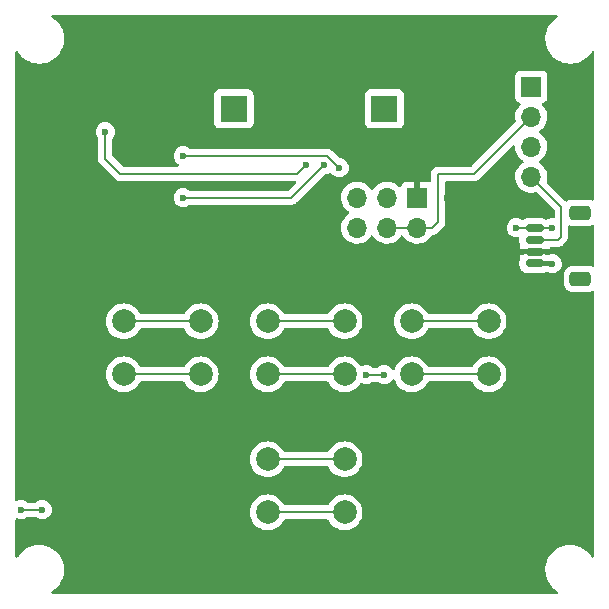
<source format=gbr>
%TF.GenerationSoftware,KiCad,Pcbnew,(6.0.5)*%
%TF.CreationDate,2023-03-31T09:28:20-05:00*%
%TF.ProjectId,remote,72656d6f-7465-42e6-9b69-6361645f7063,rev?*%
%TF.SameCoordinates,Original*%
%TF.FileFunction,Copper,L1,Top*%
%TF.FilePolarity,Positive*%
%FSLAX46Y46*%
G04 Gerber Fmt 4.6, Leading zero omitted, Abs format (unit mm)*
G04 Created by KiCad (PCBNEW (6.0.5)) date 2023-03-31 09:28:20*
%MOMM*%
%LPD*%
G01*
G04 APERTURE LIST*
G04 Aperture macros list*
%AMRoundRect*
0 Rectangle with rounded corners*
0 $1 Rounding radius*
0 $2 $3 $4 $5 $6 $7 $8 $9 X,Y pos of 4 corners*
0 Add a 4 corners polygon primitive as box body*
4,1,4,$2,$3,$4,$5,$6,$7,$8,$9,$2,$3,0*
0 Add four circle primitives for the rounded corners*
1,1,$1+$1,$2,$3*
1,1,$1+$1,$4,$5*
1,1,$1+$1,$6,$7*
1,1,$1+$1,$8,$9*
0 Add four rect primitives between the rounded corners*
20,1,$1+$1,$2,$3,$4,$5,0*
20,1,$1+$1,$4,$5,$6,$7,0*
20,1,$1+$1,$6,$7,$8,$9,0*
20,1,$1+$1,$8,$9,$2,$3,0*%
G04 Aperture macros list end*
%TA.AperFunction,ComponentPad*%
%ADD10C,2.000000*%
%TD*%
%TA.AperFunction,SMDPad,CuDef*%
%ADD11RoundRect,0.150000X0.625000X-0.150000X0.625000X0.150000X-0.625000X0.150000X-0.625000X-0.150000X0*%
%TD*%
%TA.AperFunction,SMDPad,CuDef*%
%ADD12RoundRect,0.250000X0.650000X-0.350000X0.650000X0.350000X-0.650000X0.350000X-0.650000X-0.350000X0*%
%TD*%
%TA.AperFunction,ComponentPad*%
%ADD13R,1.700000X1.700000*%
%TD*%
%TA.AperFunction,ComponentPad*%
%ADD14O,1.700000X1.700000*%
%TD*%
%TA.AperFunction,ComponentPad*%
%ADD15R,2.300000X2.300000*%
%TD*%
%TA.AperFunction,ViaPad*%
%ADD16C,0.600000*%
%TD*%
%TA.AperFunction,Conductor*%
%ADD17C,0.127000*%
%TD*%
%TA.AperFunction,Conductor*%
%ADD18C,0.400000*%
%TD*%
%TA.AperFunction,Conductor*%
%ADD19C,0.200000*%
%TD*%
%TA.AperFunction,Conductor*%
%ADD20C,0.150000*%
%TD*%
G04 APERTURE END LIST*
D10*
%TO.P,SW3,1,1*%
%TO.N,Net-(SW3-Pad1)*%
X140659000Y-62012000D03*
X134159000Y-62012000D03*
%TO.P,SW3,2,2*%
%TO.N,Net-(R3-Pad2)*%
X140659000Y-66512000D03*
X134159000Y-66512000D03*
%TD*%
%TO.P,SW2,1,1*%
%TO.N,Net-(SW2-Pad1)*%
X121967000Y-73696000D03*
X128467000Y-73696000D03*
%TO.P,SW2,2,2*%
%TO.N,Net-(R3-Pad2)*%
X128467000Y-78196000D03*
X121967000Y-78196000D03*
%TD*%
D11*
%TO.P,J4,1,Pin_1*%
%TO.N,GND*%
X144558000Y-57126000D03*
%TO.P,J4,2,Pin_2*%
%TO.N,+3V3*%
X144558000Y-56126000D03*
%TO.P,J4,3,Pin_3*%
%TO.N,/SDA*%
X144558000Y-55126000D03*
%TO.P,J4,4,Pin_4*%
%TO.N,/SCL*%
X144558000Y-54126000D03*
D12*
%TO.P,J4,MP*%
%TO.N,N/C*%
X148433000Y-52826000D03*
X148433000Y-58426000D03*
%TD*%
D10*
%TO.P,SW4,1,1*%
%TO.N,Net-(SW4-Pad1)*%
X109780000Y-62012000D03*
X116280000Y-62012000D03*
%TO.P,SW4,2,2*%
%TO.N,Net-(R3-Pad2)*%
X109780000Y-66512000D03*
X116280000Y-66512000D03*
%TD*%
%TO.P,SW1,1,1*%
%TO.N,Net-(SW1-Pad1)*%
X121967000Y-62012000D03*
X128467000Y-62012000D03*
%TO.P,SW1,2,2*%
%TO.N,Net-(R3-Pad2)*%
X128467000Y-66512000D03*
X121967000Y-66512000D03*
%TD*%
D13*
%TO.P,J3,1,Pin_1*%
%TO.N,+3V3*%
X134605000Y-51557000D03*
D14*
%TO.P,J3,2,Pin_2*%
%TO.N,+5V*%
X134605000Y-54097000D03*
%TO.P,J3,3,Pin_3*%
%TO.N,/SDA*%
X132065000Y-51557000D03*
%TO.P,J3,4,Pin_4*%
%TO.N,+5V*%
X132065000Y-54097000D03*
%TO.P,J3,5,Pin_5*%
%TO.N,/SCL*%
X129525000Y-51557000D03*
%TO.P,J3,6,Pin_6*%
%TO.N,GND*%
X129525000Y-54097000D03*
%TD*%
D13*
%TO.P,J2,1,Pin_1*%
%TO.N,GND*%
X144272000Y-42164000D03*
D14*
%TO.P,J2,2,Pin_2*%
%TO.N,+5V*%
X144272000Y-44704000D03*
%TO.P,J2,3,Pin_3*%
%TO.N,/SCL*%
X144272000Y-47244000D03*
%TO.P,J2,4,Pin_4*%
%TO.N,/SDA*%
X144272000Y-49784000D03*
%TD*%
D15*
%TO.P,J1,8*%
%TO.N,N/C*%
X119098000Y-44022000D03*
%TO.P,J1,9*%
X131838000Y-44022000D03*
%TD*%
D16*
%TO.N,+3V3*%
X137160000Y-51562000D03*
X110490000Y-40132000D03*
X108966000Y-51562000D03*
X105664000Y-74930000D03*
X112776000Y-73660000D03*
X110490000Y-42672000D03*
%TO.N,GND*%
X101092000Y-77978000D03*
X102870000Y-77978000D03*
X146050000Y-57150000D03*
%TO.N,+5V*%
X108204000Y-45974000D03*
X125222000Y-48768000D03*
%TO.N,/SCL*%
X114808000Y-51562000D03*
X126741000Y-48773000D03*
X143002000Y-54102000D03*
X146050000Y-54102000D03*
%TO.N,/SDA*%
X128016000Y-49022000D03*
X114808000Y-48006000D03*
%TO.N,Net-(R3-Pad2)*%
X130302000Y-66548000D03*
X131826000Y-66548000D03*
%TD*%
D17*
%TO.N,+3V3*%
X144558000Y-56126000D02*
X144550000Y-56134000D01*
D18*
%TO.N,GND*%
X144558000Y-57126000D02*
X146026000Y-57126000D01*
D19*
X102870000Y-77978000D02*
X101092000Y-77978000D01*
D18*
X146050000Y-57150000D02*
X146026000Y-57126000D01*
D19*
%TO.N,+5V*%
X136398000Y-49530000D02*
X136398000Y-53594000D01*
X108204000Y-48260000D02*
X108204000Y-45974000D01*
X139446000Y-49530000D02*
X144272000Y-44704000D01*
D17*
X132065000Y-54097000D02*
X134605000Y-54097000D01*
D19*
X109474000Y-49530000D02*
X108204000Y-48260000D01*
X109474000Y-49530000D02*
X124460000Y-49530000D01*
X135895000Y-54097000D02*
X134605000Y-54097000D01*
X136398000Y-53594000D02*
X135895000Y-54097000D01*
X136398000Y-49530000D02*
X139446000Y-49530000D01*
X124460000Y-49530000D02*
X125222000Y-48768000D01*
D17*
%TO.N,/SCL*%
X144582000Y-54102000D02*
X144558000Y-54126000D01*
D20*
X126741000Y-48773000D02*
X123952000Y-51562000D01*
D17*
X146050000Y-54102000D02*
X144582000Y-54102000D01*
D20*
X123952000Y-51562000D02*
X114808000Y-51562000D01*
D17*
X144534000Y-54102000D02*
X144558000Y-54126000D01*
X143002000Y-54102000D02*
X144534000Y-54102000D01*
%TO.N,/SDA*%
X144558000Y-55126000D02*
X146550000Y-55126000D01*
X146550000Y-55126000D02*
X146812000Y-54864000D01*
D20*
X127000000Y-48006000D02*
X114808000Y-48006000D01*
D17*
X146812000Y-54864000D02*
X146812000Y-52324000D01*
D20*
X128016000Y-49022000D02*
X127000000Y-48006000D01*
D17*
X146812000Y-52324000D02*
X144272000Y-49784000D01*
D19*
%TO.N,Net-(R3-Pad2)*%
X131826000Y-66548000D02*
X130302000Y-66548000D01*
X134159000Y-66512000D02*
X140659000Y-66512000D01*
X109780000Y-66512000D02*
X116280000Y-66512000D01*
X128467000Y-78196000D02*
X121967000Y-78196000D01*
X121967000Y-66512000D02*
X128467000Y-66512000D01*
D17*
%TO.N,Net-(SW1-Pad1)*%
X121967000Y-62012000D02*
X128467000Y-62012000D01*
%TO.N,Net-(SW2-Pad1)*%
X121967000Y-73696000D02*
X128467000Y-73696000D01*
%TO.N,Net-(SW3-Pad1)*%
X134159000Y-62012000D02*
X140659000Y-62012000D01*
%TO.N,Net-(SW4-Pad1)*%
X109780000Y-62012000D02*
X116280000Y-62012000D01*
%TD*%
%TA.AperFunction,Conductor*%
%TO.N,+3V3*%
G36*
X146481525Y-36088502D02*
G01*
X146528018Y-36142158D01*
X146538122Y-36212432D01*
X146508628Y-36277012D01*
X146483003Y-36298627D01*
X146483342Y-36299109D01*
X146252529Y-36461327D01*
X146252523Y-36461332D01*
X146249024Y-36463791D01*
X146039224Y-36658749D01*
X146036510Y-36662065D01*
X146036507Y-36662068D01*
X146023256Y-36678258D01*
X145857823Y-36880377D01*
X145708180Y-37124573D01*
X145706453Y-37128507D01*
X145706452Y-37128509D01*
X145699580Y-37144165D01*
X145593062Y-37386818D01*
X145514600Y-37662261D01*
X145474246Y-37945804D01*
X145472747Y-38232200D01*
X145473306Y-38236444D01*
X145473306Y-38236448D01*
X145489699Y-38360969D01*
X145510129Y-38516149D01*
X145585702Y-38792398D01*
X145698068Y-39055835D01*
X145845146Y-39301585D01*
X146024215Y-39525100D01*
X146231962Y-39722245D01*
X146464543Y-39889371D01*
X146717653Y-40023386D01*
X146986610Y-40121810D01*
X147266436Y-40182822D01*
X147305901Y-40185928D01*
X147488597Y-40200307D01*
X147488604Y-40200307D01*
X147491053Y-40200500D01*
X147645992Y-40200500D01*
X147648128Y-40200354D01*
X147648139Y-40200354D01*
X147855460Y-40186220D01*
X147855466Y-40186219D01*
X147859737Y-40185928D01*
X147863932Y-40185059D01*
X147863934Y-40185059D01*
X147999961Y-40156889D01*
X148140186Y-40127850D01*
X148410158Y-40032248D01*
X148664658Y-39900891D01*
X148668159Y-39898430D01*
X148668163Y-39898428D01*
X148895471Y-39738673D01*
X148895477Y-39738668D01*
X148898976Y-39736209D01*
X149108776Y-39541251D01*
X149119575Y-39528058D01*
X149287461Y-39322941D01*
X149290177Y-39319623D01*
X149372067Y-39185990D01*
X149424715Y-39138359D01*
X149494756Y-39126752D01*
X149559954Y-39154855D01*
X149599608Y-39213745D01*
X149605500Y-39251825D01*
X149605500Y-51681338D01*
X149585498Y-51749459D01*
X149531842Y-51795952D01*
X149461568Y-51806056D01*
X149418737Y-51790537D01*
X149418605Y-51790820D01*
X149415425Y-51789337D01*
X149413385Y-51788598D01*
X149411972Y-51787727D01*
X149411967Y-51787725D01*
X149405738Y-51783885D01*
X149301946Y-51749459D01*
X149244389Y-51730368D01*
X149244387Y-51730368D01*
X149237861Y-51728203D01*
X149231025Y-51727503D01*
X149231022Y-51727502D01*
X149187969Y-51723091D01*
X149133400Y-51717500D01*
X147732600Y-51717500D01*
X147729354Y-51717837D01*
X147729350Y-51717837D01*
X147633692Y-51727762D01*
X147633688Y-51727763D01*
X147626834Y-51728474D01*
X147620298Y-51730655D01*
X147620296Y-51730655D01*
X147552958Y-51753121D01*
X147459054Y-51784450D01*
X147314352Y-51873995D01*
X147310598Y-51876318D01*
X147242146Y-51895156D01*
X147174377Y-51873995D01*
X147155200Y-51858269D01*
X145602952Y-50306021D01*
X145568926Y-50243709D01*
X145571488Y-50180298D01*
X145602867Y-50077015D01*
X145604370Y-50072069D01*
X145633529Y-49850590D01*
X145634463Y-49812380D01*
X145635074Y-49787365D01*
X145635074Y-49787361D01*
X145635156Y-49784000D01*
X145616852Y-49561361D01*
X145562431Y-49344702D01*
X145473354Y-49139840D01*
X145385155Y-49003505D01*
X145354822Y-48956617D01*
X145354820Y-48956614D01*
X145352014Y-48952277D01*
X145201670Y-48787051D01*
X145197619Y-48783852D01*
X145197615Y-48783848D01*
X145030414Y-48651800D01*
X145030410Y-48651798D01*
X145026359Y-48648598D01*
X144985053Y-48625796D01*
X144935084Y-48575364D01*
X144920312Y-48505921D01*
X144945428Y-48439516D01*
X144972780Y-48412909D01*
X145021858Y-48377902D01*
X145151860Y-48285173D01*
X145168904Y-48268189D01*
X145306435Y-48131137D01*
X145310096Y-48127489D01*
X145369474Y-48044856D01*
X145437435Y-47950277D01*
X145440453Y-47946077D01*
X145539430Y-47745811D01*
X145604370Y-47532069D01*
X145633529Y-47310590D01*
X145635156Y-47244000D01*
X145616852Y-47021361D01*
X145562431Y-46804702D01*
X145473354Y-46599840D01*
X145352014Y-46412277D01*
X145201670Y-46247051D01*
X145197619Y-46243852D01*
X145197615Y-46243848D01*
X145030414Y-46111800D01*
X145030410Y-46111798D01*
X145026359Y-46108598D01*
X144985053Y-46085796D01*
X144935084Y-46035364D01*
X144920312Y-45965921D01*
X144945428Y-45899516D01*
X144972780Y-45872909D01*
X145016603Y-45841650D01*
X145151860Y-45745173D01*
X145310096Y-45587489D01*
X145347626Y-45535261D01*
X145437435Y-45410277D01*
X145440453Y-45406077D01*
X145475017Y-45336143D01*
X145537136Y-45210453D01*
X145537137Y-45210451D01*
X145539430Y-45205811D01*
X145604370Y-44992069D01*
X145633529Y-44770590D01*
X145635156Y-44704000D01*
X145616852Y-44481361D01*
X145562431Y-44264702D01*
X145473354Y-44059840D01*
X145352014Y-43872277D01*
X145348532Y-43868450D01*
X145204798Y-43710488D01*
X145173746Y-43646642D01*
X145182141Y-43576143D01*
X145227317Y-43521375D01*
X145253761Y-43507706D01*
X145360297Y-43467767D01*
X145368705Y-43464615D01*
X145485261Y-43377261D01*
X145572615Y-43260705D01*
X145623745Y-43124316D01*
X145630500Y-43062134D01*
X145630500Y-41265866D01*
X145623745Y-41203684D01*
X145572615Y-41067295D01*
X145485261Y-40950739D01*
X145368705Y-40863385D01*
X145232316Y-40812255D01*
X145170134Y-40805500D01*
X143373866Y-40805500D01*
X143311684Y-40812255D01*
X143175295Y-40863385D01*
X143058739Y-40950739D01*
X142971385Y-41067295D01*
X142920255Y-41203684D01*
X142913500Y-41265866D01*
X142913500Y-43062134D01*
X142920255Y-43124316D01*
X142971385Y-43260705D01*
X143058739Y-43377261D01*
X143175295Y-43464615D01*
X143183704Y-43467767D01*
X143183705Y-43467768D01*
X143292451Y-43508535D01*
X143349216Y-43551176D01*
X143373916Y-43617738D01*
X143358709Y-43687087D01*
X143339316Y-43713568D01*
X143212629Y-43846138D01*
X143086743Y-44030680D01*
X142992688Y-44233305D01*
X142932989Y-44448570D01*
X142909251Y-44670695D01*
X142909548Y-44675848D01*
X142909548Y-44675851D01*
X142915011Y-44770590D01*
X142922110Y-44893715D01*
X142923247Y-44898762D01*
X142923248Y-44898766D01*
X142961956Y-45070521D01*
X142957420Y-45141372D01*
X142928134Y-45187317D01*
X139230856Y-48884595D01*
X139168544Y-48918621D01*
X139141761Y-48921500D01*
X136446143Y-48921500D01*
X136429697Y-48920422D01*
X136406188Y-48917327D01*
X136398000Y-48916249D01*
X136239165Y-48937160D01*
X136239150Y-48937162D01*
X136091125Y-48998476D01*
X136055305Y-49025962D01*
X135970566Y-49090984D01*
X135970563Y-49090987D01*
X135964013Y-49096013D01*
X135866476Y-49223124D01*
X135863317Y-49230750D01*
X135863316Y-49230752D01*
X135814039Y-49349720D01*
X135805162Y-49371150D01*
X135784249Y-49530000D01*
X135786221Y-49544982D01*
X135788422Y-49561697D01*
X135789500Y-49578143D01*
X135789500Y-50108033D01*
X135769498Y-50176154D01*
X135715842Y-50222647D01*
X135645568Y-50232751D01*
X135619271Y-50226015D01*
X135572609Y-50208522D01*
X135557351Y-50204895D01*
X135506486Y-50199369D01*
X135499672Y-50199000D01*
X134877115Y-50199000D01*
X134861876Y-50203475D01*
X134860671Y-50204865D01*
X134859000Y-50212548D01*
X134859000Y-51685000D01*
X134838998Y-51753121D01*
X134785342Y-51799614D01*
X134733000Y-51811000D01*
X134477000Y-51811000D01*
X134408879Y-51790998D01*
X134362386Y-51737342D01*
X134351000Y-51685000D01*
X134351000Y-50217116D01*
X134346525Y-50201877D01*
X134345135Y-50200672D01*
X134337452Y-50199001D01*
X133710331Y-50199001D01*
X133703510Y-50199371D01*
X133652648Y-50204895D01*
X133637396Y-50208521D01*
X133516946Y-50253676D01*
X133501351Y-50262214D01*
X133399276Y-50338715D01*
X133386715Y-50351276D01*
X133310214Y-50453351D01*
X133301676Y-50468946D01*
X133260297Y-50579322D01*
X133217655Y-50636087D01*
X133151093Y-50660786D01*
X133081744Y-50645578D01*
X133049121Y-50619891D01*
X132998151Y-50563876D01*
X132998145Y-50563870D01*
X132994670Y-50560051D01*
X132990619Y-50556852D01*
X132990615Y-50556848D01*
X132823414Y-50424800D01*
X132823410Y-50424798D01*
X132819359Y-50421598D01*
X132623789Y-50313638D01*
X132618920Y-50311914D01*
X132618916Y-50311912D01*
X132418087Y-50240795D01*
X132418083Y-50240794D01*
X132413212Y-50239069D01*
X132408119Y-50238162D01*
X132408116Y-50238161D01*
X132198373Y-50200800D01*
X132198367Y-50200799D01*
X132193284Y-50199894D01*
X132119452Y-50198992D01*
X131975081Y-50197228D01*
X131975079Y-50197228D01*
X131969911Y-50197165D01*
X131749091Y-50230955D01*
X131536756Y-50300357D01*
X131506443Y-50316137D01*
X131348003Y-50398616D01*
X131338607Y-50403507D01*
X131334474Y-50406610D01*
X131334471Y-50406612D01*
X131251450Y-50468946D01*
X131159965Y-50537635D01*
X131005629Y-50699138D01*
X130898201Y-50856621D01*
X130843293Y-50901621D01*
X130772768Y-50909792D01*
X130709021Y-50878538D01*
X130688324Y-50854054D01*
X130607822Y-50729617D01*
X130607820Y-50729614D01*
X130605014Y-50725277D01*
X130454670Y-50560051D01*
X130450619Y-50556852D01*
X130450615Y-50556848D01*
X130283414Y-50424800D01*
X130283410Y-50424798D01*
X130279359Y-50421598D01*
X130083789Y-50313638D01*
X130078920Y-50311914D01*
X130078916Y-50311912D01*
X129878087Y-50240795D01*
X129878083Y-50240794D01*
X129873212Y-50239069D01*
X129868119Y-50238162D01*
X129868116Y-50238161D01*
X129658373Y-50200800D01*
X129658367Y-50200799D01*
X129653284Y-50199894D01*
X129579452Y-50198992D01*
X129435081Y-50197228D01*
X129435079Y-50197228D01*
X129429911Y-50197165D01*
X129209091Y-50230955D01*
X128996756Y-50300357D01*
X128966443Y-50316137D01*
X128808003Y-50398616D01*
X128798607Y-50403507D01*
X128794474Y-50406610D01*
X128794471Y-50406612D01*
X128711450Y-50468946D01*
X128619965Y-50537635D01*
X128465629Y-50699138D01*
X128462720Y-50703403D01*
X128462714Y-50703411D01*
X128425518Y-50757938D01*
X128339743Y-50883680D01*
X128316889Y-50932915D01*
X128278703Y-51015181D01*
X128245688Y-51086305D01*
X128185989Y-51301570D01*
X128162251Y-51523695D01*
X128162548Y-51528848D01*
X128162548Y-51528851D01*
X128174812Y-51741547D01*
X128175110Y-51746715D01*
X128176247Y-51751761D01*
X128176248Y-51751767D01*
X128186206Y-51795952D01*
X128224222Y-51964639D01*
X128308266Y-52171616D01*
X128359942Y-52255944D01*
X128422291Y-52357688D01*
X128424987Y-52362088D01*
X128571250Y-52530938D01*
X128743126Y-52673632D01*
X128813595Y-52714811D01*
X128816445Y-52716476D01*
X128865169Y-52768114D01*
X128878240Y-52837897D01*
X128851509Y-52903669D01*
X128811055Y-52937027D01*
X128798607Y-52943507D01*
X128794474Y-52946610D01*
X128794471Y-52946612D01*
X128770247Y-52964800D01*
X128619965Y-53077635D01*
X128465629Y-53239138D01*
X128339743Y-53423680D01*
X128322484Y-53460862D01*
X128256883Y-53602188D01*
X128245688Y-53626305D01*
X128185989Y-53841570D01*
X128162251Y-54063695D01*
X128162548Y-54068848D01*
X128162548Y-54068851D01*
X128174812Y-54281547D01*
X128175110Y-54286715D01*
X128176247Y-54291761D01*
X128176248Y-54291767D01*
X128200304Y-54398508D01*
X128224222Y-54504639D01*
X128274526Y-54628524D01*
X128305783Y-54705500D01*
X128308266Y-54711616D01*
X128359020Y-54794440D01*
X128422291Y-54897688D01*
X128424987Y-54902088D01*
X128571250Y-55070938D01*
X128743126Y-55213632D01*
X128936000Y-55326338D01*
X128940825Y-55328180D01*
X128940826Y-55328181D01*
X128978329Y-55342502D01*
X129144692Y-55406030D01*
X129149760Y-55407061D01*
X129149763Y-55407062D01*
X129257017Y-55428883D01*
X129363597Y-55450567D01*
X129368772Y-55450757D01*
X129368774Y-55450757D01*
X129581673Y-55458564D01*
X129581677Y-55458564D01*
X129586837Y-55458753D01*
X129591957Y-55458097D01*
X129591959Y-55458097D01*
X129803288Y-55431025D01*
X129803289Y-55431025D01*
X129808416Y-55430368D01*
X129813366Y-55428883D01*
X130017429Y-55367661D01*
X130017434Y-55367659D01*
X130022384Y-55366174D01*
X130222994Y-55267896D01*
X130404860Y-55138173D01*
X130563096Y-54980489D01*
X130619788Y-54901594D01*
X130693453Y-54799077D01*
X130694776Y-54800028D01*
X130741645Y-54756857D01*
X130811580Y-54744625D01*
X130877026Y-54772144D01*
X130904875Y-54803994D01*
X130964987Y-54902088D01*
X131111250Y-55070938D01*
X131283126Y-55213632D01*
X131476000Y-55326338D01*
X131480825Y-55328180D01*
X131480826Y-55328181D01*
X131518329Y-55342502D01*
X131684692Y-55406030D01*
X131689760Y-55407061D01*
X131689763Y-55407062D01*
X131797017Y-55428883D01*
X131903597Y-55450567D01*
X131908772Y-55450757D01*
X131908774Y-55450757D01*
X132121673Y-55458564D01*
X132121677Y-55458564D01*
X132126837Y-55458753D01*
X132131957Y-55458097D01*
X132131959Y-55458097D01*
X132343288Y-55431025D01*
X132343289Y-55431025D01*
X132348416Y-55430368D01*
X132353366Y-55428883D01*
X132557429Y-55367661D01*
X132557434Y-55367659D01*
X132562384Y-55366174D01*
X132762994Y-55267896D01*
X132944860Y-55138173D01*
X133103096Y-54980489D01*
X133159788Y-54901594D01*
X133233453Y-54799077D01*
X133234776Y-54800028D01*
X133281645Y-54756857D01*
X133351580Y-54744625D01*
X133417026Y-54772144D01*
X133444875Y-54803994D01*
X133504987Y-54902088D01*
X133651250Y-55070938D01*
X133823126Y-55213632D01*
X134016000Y-55326338D01*
X134020825Y-55328180D01*
X134020826Y-55328181D01*
X134058329Y-55342502D01*
X134224692Y-55406030D01*
X134229760Y-55407061D01*
X134229763Y-55407062D01*
X134337017Y-55428883D01*
X134443597Y-55450567D01*
X134448772Y-55450757D01*
X134448774Y-55450757D01*
X134661673Y-55458564D01*
X134661677Y-55458564D01*
X134666837Y-55458753D01*
X134671957Y-55458097D01*
X134671959Y-55458097D01*
X134883288Y-55431025D01*
X134883289Y-55431025D01*
X134888416Y-55430368D01*
X134893366Y-55428883D01*
X135097429Y-55367661D01*
X135097434Y-55367659D01*
X135102384Y-55366174D01*
X135302994Y-55267896D01*
X135484860Y-55138173D01*
X135643096Y-54980489D01*
X135699788Y-54901594D01*
X135770435Y-54803277D01*
X135773453Y-54799077D01*
X135782957Y-54779847D01*
X135831069Y-54727640D01*
X135892983Y-54710484D01*
X135895000Y-54710750D01*
X135903189Y-54709672D01*
X135934874Y-54705501D01*
X135934884Y-54705500D01*
X135934885Y-54705500D01*
X136034457Y-54692391D01*
X136045664Y-54690916D01*
X136045666Y-54690915D01*
X136053851Y-54689838D01*
X136201876Y-54628524D01*
X136234504Y-54603488D01*
X136297072Y-54555477D01*
X136297075Y-54555474D01*
X136322434Y-54536015D01*
X136328987Y-54530987D01*
X136334017Y-54524432D01*
X136348452Y-54505621D01*
X136359319Y-54493230D01*
X136794234Y-54058315D01*
X136806625Y-54047448D01*
X136825437Y-54033013D01*
X136831987Y-54027987D01*
X136856474Y-53996075D01*
X136856477Y-53996072D01*
X136929523Y-53900876D01*
X136929524Y-53900875D01*
X136946210Y-53860593D01*
X136987678Y-53760479D01*
X136990838Y-53752850D01*
X137006500Y-53633885D01*
X137006500Y-53633878D01*
X137011750Y-53594000D01*
X137007578Y-53562307D01*
X137006500Y-53545864D01*
X137006500Y-50264500D01*
X137026502Y-50196379D01*
X137080158Y-50149886D01*
X137132500Y-50138500D01*
X139397864Y-50138500D01*
X139414307Y-50139578D01*
X139446000Y-50143750D01*
X139454189Y-50142672D01*
X139485874Y-50138501D01*
X139485884Y-50138500D01*
X139485885Y-50138500D01*
X139485901Y-50138498D01*
X139585457Y-50125391D01*
X139596664Y-50123916D01*
X139596666Y-50123915D01*
X139604851Y-50122838D01*
X139752876Y-50061524D01*
X139848072Y-49988477D01*
X139848075Y-49988474D01*
X139879987Y-49963987D01*
X139885017Y-49957432D01*
X139899452Y-49938621D01*
X139910319Y-49926230D01*
X142695092Y-47141457D01*
X142757404Y-47107431D01*
X142828219Y-47112496D01*
X142885055Y-47155043D01*
X142909978Y-47223298D01*
X142922110Y-47433715D01*
X142923247Y-47438761D01*
X142923248Y-47438767D01*
X142935505Y-47493154D01*
X142971222Y-47651639D01*
X143055266Y-47858616D01*
X143171987Y-48049088D01*
X143318250Y-48217938D01*
X143490126Y-48360632D01*
X143536821Y-48387918D01*
X143563445Y-48403476D01*
X143612169Y-48455114D01*
X143625240Y-48524897D01*
X143598509Y-48590669D01*
X143558055Y-48624027D01*
X143545607Y-48630507D01*
X143541474Y-48633610D01*
X143541471Y-48633612D01*
X143394308Y-48744105D01*
X143366965Y-48764635D01*
X143363393Y-48768373D01*
X143221663Y-48916685D01*
X143212629Y-48926138D01*
X143086743Y-49110680D01*
X142992688Y-49313305D01*
X142932989Y-49528570D01*
X142932440Y-49533707D01*
X142931456Y-49542913D01*
X142909251Y-49750695D01*
X142909548Y-49755848D01*
X142909548Y-49755851D01*
X142920087Y-49938625D01*
X142922110Y-49973715D01*
X142923247Y-49978761D01*
X142923248Y-49978767D01*
X142940766Y-50056496D01*
X142971222Y-50191639D01*
X143055266Y-50398616D01*
X143171987Y-50589088D01*
X143318250Y-50757938D01*
X143490126Y-50900632D01*
X143683000Y-51013338D01*
X143891692Y-51093030D01*
X143896760Y-51094061D01*
X143896763Y-51094062D01*
X143999495Y-51114963D01*
X144110597Y-51137567D01*
X144115772Y-51137757D01*
X144115774Y-51137757D01*
X144328673Y-51145564D01*
X144328677Y-51145564D01*
X144333837Y-51145753D01*
X144338957Y-51145097D01*
X144338959Y-51145097D01*
X144550288Y-51118025D01*
X144550289Y-51118025D01*
X144555416Y-51117368D01*
X144563432Y-51114963D01*
X144668730Y-51083372D01*
X144739726Y-51082956D01*
X144794033Y-51114963D01*
X146203095Y-52524026D01*
X146237121Y-52586338D01*
X146240000Y-52613121D01*
X146240000Y-53168465D01*
X146219998Y-53236586D01*
X146166342Y-53283079D01*
X146099082Y-53293579D01*
X146062674Y-53289238D01*
X146055680Y-53288404D01*
X146048677Y-53289140D01*
X146048676Y-53289140D01*
X145882288Y-53306628D01*
X145882286Y-53306629D01*
X145875288Y-53307364D01*
X145785094Y-53338068D01*
X145710249Y-53363547D01*
X145710246Y-53363548D01*
X145703579Y-53365818D01*
X145697583Y-53369507D01*
X145697572Y-53369512D01*
X145641504Y-53404006D01*
X145573003Y-53422665D01*
X145511343Y-53405143D01*
X145453424Y-53370890D01*
X145453423Y-53370890D01*
X145446601Y-53366855D01*
X145438990Y-53364644D01*
X145438988Y-53364643D01*
X145360880Y-53341951D01*
X145286831Y-53320438D01*
X145280426Y-53319934D01*
X145280421Y-53319933D01*
X145251958Y-53317693D01*
X145251950Y-53317693D01*
X145249502Y-53317500D01*
X143866498Y-53317500D01*
X143864050Y-53317693D01*
X143864042Y-53317693D01*
X143835579Y-53319933D01*
X143835574Y-53319934D01*
X143829169Y-53320438D01*
X143755120Y-53341951D01*
X143677012Y-53364643D01*
X143677010Y-53364644D01*
X143669399Y-53366855D01*
X143655160Y-53375276D01*
X143571859Y-53424540D01*
X143503043Y-53442000D01*
X143440207Y-53422473D01*
X143364613Y-53374501D01*
X143358666Y-53370727D01*
X143341580Y-53364643D01*
X143194425Y-53312243D01*
X143194420Y-53312242D01*
X143187790Y-53309881D01*
X143180802Y-53309048D01*
X143180799Y-53309047D01*
X143051078Y-53293579D01*
X143007680Y-53288404D01*
X143000677Y-53289140D01*
X143000676Y-53289140D01*
X142834288Y-53306628D01*
X142834286Y-53306629D01*
X142827288Y-53307364D01*
X142655579Y-53365818D01*
X142609682Y-53394054D01*
X142507095Y-53457166D01*
X142507092Y-53457168D01*
X142501088Y-53460862D01*
X142496053Y-53465793D01*
X142496050Y-53465795D01*
X142414287Y-53545864D01*
X142371493Y-53587771D01*
X142273235Y-53740238D01*
X142270826Y-53746858D01*
X142270824Y-53746861D01*
X142214767Y-53900876D01*
X142211197Y-53910685D01*
X142188463Y-54090640D01*
X142206163Y-54271160D01*
X142263418Y-54443273D01*
X142267065Y-54449295D01*
X142267066Y-54449297D01*
X142331371Y-54555477D01*
X142357380Y-54598424D01*
X142483382Y-54728902D01*
X142526102Y-54756857D01*
X142619919Y-54818249D01*
X142635159Y-54828222D01*
X142641763Y-54830678D01*
X142641765Y-54830679D01*
X142798558Y-54888990D01*
X142798560Y-54888990D01*
X142805168Y-54891448D01*
X142888995Y-54902633D01*
X142977980Y-54914507D01*
X142977984Y-54914507D01*
X142984961Y-54915438D01*
X142991972Y-54914800D01*
X142991976Y-54914800D01*
X143137080Y-54901594D01*
X143206733Y-54915339D01*
X143257898Y-54964560D01*
X143274500Y-55027075D01*
X143274500Y-55342502D01*
X143274693Y-55344950D01*
X143274693Y-55344958D01*
X143276184Y-55363895D01*
X143277438Y-55379831D01*
X143323855Y-55539601D01*
X143337310Y-55562351D01*
X143354770Y-55631165D01*
X143337311Y-55690630D01*
X143328352Y-55705779D01*
X143322107Y-55720210D01*
X143283061Y-55854605D01*
X143283101Y-55868706D01*
X143290370Y-55872000D01*
X143615430Y-55872000D01*
X143664275Y-55882115D01*
X143669399Y-55885145D01*
X143677007Y-55887355D01*
X143677011Y-55887357D01*
X143757422Y-55910718D01*
X143829169Y-55931562D01*
X143835574Y-55932066D01*
X143835579Y-55932067D01*
X143864042Y-55934307D01*
X143864050Y-55934307D01*
X143866498Y-55934500D01*
X145249502Y-55934500D01*
X145251950Y-55934307D01*
X145251958Y-55934307D01*
X145280421Y-55932067D01*
X145280426Y-55932066D01*
X145286831Y-55931562D01*
X145358578Y-55910718D01*
X145438989Y-55887357D01*
X145438993Y-55887355D01*
X145446601Y-55885145D01*
X145451725Y-55882115D01*
X145500570Y-55872000D01*
X145819878Y-55872000D01*
X145833409Y-55868027D01*
X145834544Y-55860128D01*
X145834261Y-55859152D01*
X145834464Y-55788156D01*
X145873019Y-55728540D01*
X145937684Y-55699232D01*
X145955258Y-55698000D01*
X146504256Y-55698000D01*
X146520702Y-55699078D01*
X146541811Y-55701857D01*
X146541812Y-55701857D01*
X146550000Y-55702935D01*
X146558188Y-55701857D01*
X146558189Y-55701857D01*
X146587479Y-55698001D01*
X146587491Y-55698000D01*
X146587494Y-55698000D01*
X146587503Y-55697999D01*
X146668625Y-55687318D01*
X146699322Y-55683277D01*
X146838468Y-55625641D01*
X146957955Y-55533955D01*
X146975949Y-55510505D01*
X146986816Y-55498114D01*
X147184114Y-55300816D01*
X147196505Y-55289949D01*
X147213405Y-55276981D01*
X147219955Y-55271955D01*
X147311641Y-55152468D01*
X147369277Y-55013322D01*
X147384000Y-54901492D01*
X147388936Y-54864000D01*
X147385078Y-54834696D01*
X147384000Y-54818249D01*
X147384000Y-54017362D01*
X147404002Y-53949241D01*
X147457658Y-53902748D01*
X147527932Y-53892644D01*
X147549665Y-53897769D01*
X147628139Y-53923797D01*
X147634975Y-53924497D01*
X147634978Y-53924498D01*
X147678031Y-53928909D01*
X147732600Y-53934500D01*
X149133400Y-53934500D01*
X149136646Y-53934163D01*
X149136650Y-53934163D01*
X149232308Y-53924238D01*
X149232312Y-53924237D01*
X149239166Y-53923526D01*
X149245702Y-53921345D01*
X149245704Y-53921345D01*
X149399998Y-53869868D01*
X149406946Y-53867550D01*
X149413200Y-53863680D01*
X149413218Y-53863675D01*
X149419797Y-53860593D01*
X149420325Y-53861719D01*
X149481652Y-53844844D01*
X149549422Y-53866007D01*
X149594991Y-53920449D01*
X149605500Y-53970826D01*
X149605500Y-57281338D01*
X149585498Y-57349459D01*
X149531842Y-57395952D01*
X149461568Y-57406056D01*
X149418737Y-57390537D01*
X149418605Y-57390820D01*
X149415425Y-57389337D01*
X149413385Y-57388598D01*
X149411972Y-57387727D01*
X149411967Y-57387725D01*
X149405738Y-57383885D01*
X149288376Y-57344958D01*
X149244389Y-57330368D01*
X149244387Y-57330368D01*
X149237861Y-57328203D01*
X149231025Y-57327503D01*
X149231022Y-57327502D01*
X149187969Y-57323091D01*
X149133400Y-57317500D01*
X147732600Y-57317500D01*
X147729354Y-57317837D01*
X147729350Y-57317837D01*
X147633692Y-57327762D01*
X147633688Y-57327763D01*
X147626834Y-57328474D01*
X147620298Y-57330655D01*
X147620296Y-57330655D01*
X147563934Y-57349459D01*
X147459054Y-57384450D01*
X147308652Y-57477522D01*
X147183695Y-57602697D01*
X147179855Y-57608927D01*
X147179854Y-57608928D01*
X147138523Y-57675980D01*
X147090885Y-57753262D01*
X147088581Y-57760209D01*
X147046414Y-57887340D01*
X147035203Y-57921139D01*
X147034503Y-57927975D01*
X147034502Y-57927978D01*
X147032488Y-57947637D01*
X147024500Y-58025600D01*
X147024500Y-58826400D01*
X147035474Y-58932166D01*
X147091450Y-59099946D01*
X147184522Y-59250348D01*
X147309697Y-59375305D01*
X147315927Y-59379145D01*
X147315928Y-59379146D01*
X147453090Y-59463694D01*
X147460262Y-59468115D01*
X147540005Y-59494564D01*
X147621611Y-59521632D01*
X147621613Y-59521632D01*
X147628139Y-59523797D01*
X147634975Y-59524497D01*
X147634978Y-59524498D01*
X147678031Y-59528909D01*
X147732600Y-59534500D01*
X149133400Y-59534500D01*
X149136646Y-59534163D01*
X149136650Y-59534163D01*
X149232308Y-59524238D01*
X149232312Y-59524237D01*
X149239166Y-59523526D01*
X149245702Y-59521345D01*
X149245704Y-59521345D01*
X149377806Y-59477272D01*
X149406946Y-59467550D01*
X149413200Y-59463680D01*
X149413218Y-59463675D01*
X149419797Y-59460593D01*
X149420325Y-59461719D01*
X149481652Y-59444844D01*
X149549422Y-59466007D01*
X149594991Y-59520449D01*
X149605500Y-59570826D01*
X149605500Y-81906215D01*
X149585498Y-81974336D01*
X149531842Y-82020829D01*
X149461568Y-82030933D01*
X149396988Y-82001439D01*
X149371384Y-81970921D01*
X149355425Y-81944255D01*
X149302854Y-81856415D01*
X149123785Y-81632900D01*
X148916038Y-81435755D01*
X148683457Y-81268629D01*
X148430347Y-81134614D01*
X148161390Y-81036190D01*
X147881564Y-80975178D01*
X147838389Y-80971780D01*
X147659403Y-80957693D01*
X147659396Y-80957693D01*
X147656947Y-80957500D01*
X147502008Y-80957500D01*
X147499872Y-80957646D01*
X147499861Y-80957646D01*
X147292540Y-80971780D01*
X147292534Y-80971781D01*
X147288263Y-80972072D01*
X147284068Y-80972941D01*
X147284066Y-80972941D01*
X147148039Y-81001111D01*
X147007814Y-81030150D01*
X146737842Y-81125752D01*
X146483342Y-81257109D01*
X146479841Y-81259570D01*
X146479837Y-81259572D01*
X146252529Y-81419327D01*
X146252523Y-81419332D01*
X146249024Y-81421791D01*
X146039224Y-81616749D01*
X146036510Y-81620065D01*
X146036507Y-81620068D01*
X146023256Y-81636258D01*
X145857823Y-81838377D01*
X145708180Y-82082573D01*
X145706453Y-82086507D01*
X145706452Y-82086509D01*
X145699580Y-82102165D01*
X145593062Y-82344818D01*
X145514600Y-82620261D01*
X145474246Y-82903804D01*
X145472747Y-83190200D01*
X145473306Y-83194444D01*
X145473306Y-83194448D01*
X145489699Y-83318969D01*
X145510129Y-83474149D01*
X145585702Y-83750398D01*
X145587386Y-83754346D01*
X145692735Y-84001331D01*
X145698068Y-84013835D01*
X145845146Y-84259585D01*
X146024215Y-84483100D01*
X146231962Y-84680245D01*
X146464543Y-84847371D01*
X146468347Y-84849385D01*
X146473563Y-84852147D01*
X146524406Y-84901700D01*
X146540386Y-84970875D01*
X146516431Y-85037708D01*
X146460146Y-85080981D01*
X146414602Y-85089500D01*
X103776596Y-85089500D01*
X103708475Y-85069498D01*
X103661982Y-85015842D01*
X103651878Y-84945568D01*
X103681372Y-84880988D01*
X103706997Y-84859373D01*
X103706658Y-84858891D01*
X103937471Y-84696673D01*
X103937477Y-84696668D01*
X103940976Y-84694209D01*
X104150776Y-84499251D01*
X104161575Y-84486058D01*
X104329461Y-84280941D01*
X104332177Y-84277623D01*
X104481820Y-84033427D01*
X104488802Y-84017522D01*
X104595214Y-83775110D01*
X104595215Y-83775106D01*
X104596938Y-83771182D01*
X104675400Y-83495739D01*
X104715754Y-83212196D01*
X104716752Y-83021487D01*
X104717231Y-82930086D01*
X104717231Y-82930080D01*
X104717253Y-82925800D01*
X104713798Y-82899552D01*
X104680431Y-82646107D01*
X104679871Y-82641851D01*
X104604298Y-82365602D01*
X104491932Y-82102165D01*
X104344854Y-81856415D01*
X104165785Y-81632900D01*
X103958038Y-81435755D01*
X103725457Y-81268629D01*
X103472347Y-81134614D01*
X103203390Y-81036190D01*
X102923564Y-80975178D01*
X102880389Y-80971780D01*
X102701403Y-80957693D01*
X102701396Y-80957693D01*
X102698947Y-80957500D01*
X102544008Y-80957500D01*
X102541872Y-80957646D01*
X102541861Y-80957646D01*
X102334540Y-80971780D01*
X102334534Y-80971781D01*
X102330263Y-80972072D01*
X102326068Y-80972941D01*
X102326066Y-80972941D01*
X102190039Y-81001111D01*
X102049814Y-81030150D01*
X101779842Y-81125752D01*
X101525342Y-81257109D01*
X101521841Y-81259570D01*
X101521837Y-81259572D01*
X101294529Y-81419327D01*
X101294523Y-81419332D01*
X101291024Y-81421791D01*
X101081224Y-81616749D01*
X101078510Y-81620065D01*
X101078507Y-81620068D01*
X101065256Y-81636258D01*
X100899823Y-81838377D01*
X100858252Y-81906215D01*
X100817933Y-81972010D01*
X100765285Y-82019641D01*
X100695244Y-82031248D01*
X100630046Y-82003145D01*
X100590392Y-81944255D01*
X100584500Y-81906175D01*
X100584500Y-78833201D01*
X100604502Y-78765080D01*
X100658158Y-78718587D01*
X100728432Y-78708483D01*
X100754419Y-78715104D01*
X100763785Y-78718587D01*
X100888558Y-78764990D01*
X100888560Y-78764990D01*
X100895168Y-78767448D01*
X100978995Y-78778633D01*
X101067980Y-78790507D01*
X101067984Y-78790507D01*
X101074961Y-78791438D01*
X101081972Y-78790800D01*
X101081976Y-78790800D01*
X101224459Y-78777832D01*
X101255600Y-78774998D01*
X101262302Y-78772820D01*
X101262304Y-78772820D01*
X101421409Y-78721124D01*
X101421412Y-78721123D01*
X101428108Y-78718947D01*
X101583912Y-78626069D01*
X101589013Y-78621212D01*
X101594626Y-78616951D01*
X101595385Y-78617952D01*
X101652090Y-78588762D01*
X101675860Y-78586500D01*
X102285699Y-78586500D01*
X102354692Y-78607068D01*
X102371325Y-78617952D01*
X102503159Y-78704222D01*
X102509763Y-78706678D01*
X102509765Y-78706679D01*
X102666558Y-78764990D01*
X102666560Y-78764990D01*
X102673168Y-78767448D01*
X102756995Y-78778633D01*
X102845980Y-78790507D01*
X102845984Y-78790507D01*
X102852961Y-78791438D01*
X102859972Y-78790800D01*
X102859976Y-78790800D01*
X103002459Y-78777832D01*
X103033600Y-78774998D01*
X103040302Y-78772820D01*
X103040304Y-78772820D01*
X103199409Y-78721124D01*
X103199412Y-78721123D01*
X103206108Y-78718947D01*
X103361912Y-78626069D01*
X103493266Y-78500982D01*
X103593643Y-78349902D01*
X103652106Y-78196000D01*
X120453835Y-78196000D01*
X120472465Y-78432711D01*
X120527895Y-78663594D01*
X120529788Y-78668165D01*
X120529789Y-78668167D01*
X120615496Y-78875082D01*
X120618760Y-78882963D01*
X120621346Y-78887183D01*
X120740241Y-79081202D01*
X120740245Y-79081208D01*
X120742824Y-79085416D01*
X120897031Y-79265969D01*
X121077584Y-79420176D01*
X121081792Y-79422755D01*
X121081798Y-79422759D01*
X121275817Y-79541654D01*
X121280037Y-79544240D01*
X121284607Y-79546133D01*
X121284611Y-79546135D01*
X121494833Y-79633211D01*
X121499406Y-79635105D01*
X121579609Y-79654360D01*
X121725476Y-79689380D01*
X121725482Y-79689381D01*
X121730289Y-79690535D01*
X121967000Y-79709165D01*
X122203711Y-79690535D01*
X122208518Y-79689381D01*
X122208524Y-79689380D01*
X122354391Y-79654360D01*
X122434594Y-79635105D01*
X122439167Y-79633211D01*
X122649389Y-79546135D01*
X122649393Y-79546133D01*
X122653963Y-79544240D01*
X122658183Y-79541654D01*
X122852202Y-79422759D01*
X122852208Y-79422755D01*
X122856416Y-79420176D01*
X123036969Y-79265969D01*
X123191176Y-79085416D01*
X123193755Y-79081208D01*
X123193759Y-79081202D01*
X123312654Y-78887183D01*
X123315240Y-78882963D01*
X123317135Y-78878389D01*
X123319381Y-78873980D01*
X123321390Y-78875004D01*
X123360060Y-78827008D01*
X123431931Y-78804500D01*
X127002069Y-78804500D01*
X127070190Y-78824502D01*
X127112457Y-78875082D01*
X127114619Y-78873980D01*
X127116865Y-78878389D01*
X127118760Y-78882963D01*
X127121346Y-78887183D01*
X127240241Y-79081202D01*
X127240245Y-79081208D01*
X127242824Y-79085416D01*
X127397031Y-79265969D01*
X127577584Y-79420176D01*
X127581792Y-79422755D01*
X127581798Y-79422759D01*
X127775817Y-79541654D01*
X127780037Y-79544240D01*
X127784607Y-79546133D01*
X127784611Y-79546135D01*
X127994833Y-79633211D01*
X127999406Y-79635105D01*
X128079609Y-79654360D01*
X128225476Y-79689380D01*
X128225482Y-79689381D01*
X128230289Y-79690535D01*
X128467000Y-79709165D01*
X128703711Y-79690535D01*
X128708518Y-79689381D01*
X128708524Y-79689380D01*
X128854391Y-79654360D01*
X128934594Y-79635105D01*
X128939167Y-79633211D01*
X129149389Y-79546135D01*
X129149393Y-79546133D01*
X129153963Y-79544240D01*
X129158183Y-79541654D01*
X129352202Y-79422759D01*
X129352208Y-79422755D01*
X129356416Y-79420176D01*
X129536969Y-79265969D01*
X129691176Y-79085416D01*
X129693755Y-79081208D01*
X129693759Y-79081202D01*
X129812654Y-78887183D01*
X129815240Y-78882963D01*
X129818505Y-78875082D01*
X129904211Y-78668167D01*
X129904212Y-78668165D01*
X129906105Y-78663594D01*
X129961535Y-78432711D01*
X129980165Y-78196000D01*
X129961535Y-77959289D01*
X129906105Y-77728406D01*
X129863873Y-77626448D01*
X129817135Y-77513611D01*
X129817133Y-77513607D01*
X129815240Y-77509037D01*
X129789864Y-77467627D01*
X129693759Y-77310798D01*
X129693755Y-77310792D01*
X129691176Y-77306584D01*
X129536969Y-77126031D01*
X129356416Y-76971824D01*
X129352208Y-76969245D01*
X129352202Y-76969241D01*
X129158183Y-76850346D01*
X129153963Y-76847760D01*
X129149393Y-76845867D01*
X129149389Y-76845865D01*
X128939167Y-76758789D01*
X128939165Y-76758788D01*
X128934594Y-76756895D01*
X128854391Y-76737640D01*
X128708524Y-76702620D01*
X128708518Y-76702619D01*
X128703711Y-76701465D01*
X128467000Y-76682835D01*
X128230289Y-76701465D01*
X128225482Y-76702619D01*
X128225476Y-76702620D01*
X128079609Y-76737640D01*
X127999406Y-76756895D01*
X127994835Y-76758788D01*
X127994833Y-76758789D01*
X127784611Y-76845865D01*
X127784607Y-76845867D01*
X127780037Y-76847760D01*
X127775817Y-76850346D01*
X127581798Y-76969241D01*
X127581792Y-76969245D01*
X127577584Y-76971824D01*
X127397031Y-77126031D01*
X127242824Y-77306584D01*
X127240245Y-77310792D01*
X127240241Y-77310798D01*
X127144136Y-77467627D01*
X127118760Y-77509037D01*
X127116865Y-77513611D01*
X127114619Y-77518020D01*
X127112610Y-77516996D01*
X127073940Y-77564992D01*
X127002069Y-77587500D01*
X123431931Y-77587500D01*
X123363810Y-77567498D01*
X123321543Y-77516918D01*
X123319381Y-77518020D01*
X123317135Y-77513611D01*
X123315240Y-77509037D01*
X123289864Y-77467627D01*
X123193759Y-77310798D01*
X123193755Y-77310792D01*
X123191176Y-77306584D01*
X123036969Y-77126031D01*
X122856416Y-76971824D01*
X122852208Y-76969245D01*
X122852202Y-76969241D01*
X122658183Y-76850346D01*
X122653963Y-76847760D01*
X122649393Y-76845867D01*
X122649389Y-76845865D01*
X122439167Y-76758789D01*
X122439165Y-76758788D01*
X122434594Y-76756895D01*
X122354391Y-76737640D01*
X122208524Y-76702620D01*
X122208518Y-76702619D01*
X122203711Y-76701465D01*
X121967000Y-76682835D01*
X121730289Y-76701465D01*
X121725482Y-76702619D01*
X121725476Y-76702620D01*
X121579609Y-76737640D01*
X121499406Y-76756895D01*
X121494835Y-76758788D01*
X121494833Y-76758789D01*
X121284611Y-76845865D01*
X121284607Y-76845867D01*
X121280037Y-76847760D01*
X121275817Y-76850346D01*
X121081798Y-76969241D01*
X121081792Y-76969245D01*
X121077584Y-76971824D01*
X120897031Y-77126031D01*
X120742824Y-77306584D01*
X120740245Y-77310792D01*
X120740241Y-77310798D01*
X120644136Y-77467627D01*
X120618760Y-77509037D01*
X120616867Y-77513607D01*
X120616865Y-77513611D01*
X120570127Y-77626448D01*
X120527895Y-77728406D01*
X120472465Y-77959289D01*
X120453835Y-78196000D01*
X103652106Y-78196000D01*
X103655555Y-78186920D01*
X103655556Y-78186918D01*
X103658055Y-78180338D01*
X103683299Y-78000717D01*
X103683616Y-77978000D01*
X103663397Y-77797745D01*
X103661080Y-77791091D01*
X103606064Y-77633106D01*
X103606062Y-77633103D01*
X103603745Y-77626448D01*
X103535992Y-77518020D01*
X103511359Y-77478598D01*
X103507626Y-77472624D01*
X103502664Y-77467627D01*
X103384778Y-77348915D01*
X103384774Y-77348912D01*
X103379815Y-77343918D01*
X103368697Y-77336862D01*
X103315063Y-77302825D01*
X103226666Y-77246727D01*
X103197463Y-77236328D01*
X103062425Y-77188243D01*
X103062420Y-77188242D01*
X103055790Y-77185881D01*
X103048802Y-77185048D01*
X103048799Y-77185047D01*
X102925698Y-77170368D01*
X102875680Y-77164404D01*
X102868677Y-77165140D01*
X102868676Y-77165140D01*
X102702288Y-77182628D01*
X102702286Y-77182629D01*
X102695288Y-77183364D01*
X102523579Y-77241818D01*
X102369088Y-77336862D01*
X102364054Y-77341791D01*
X102362776Y-77342790D01*
X102296782Y-77368967D01*
X102285204Y-77369500D01*
X101676751Y-77369500D01*
X101608630Y-77349498D01*
X101604157Y-77346276D01*
X101601815Y-77343918D01*
X101590697Y-77336862D01*
X101537063Y-77302825D01*
X101448666Y-77246727D01*
X101419463Y-77236328D01*
X101284425Y-77188243D01*
X101284420Y-77188242D01*
X101277790Y-77185881D01*
X101270802Y-77185048D01*
X101270799Y-77185047D01*
X101147698Y-77170368D01*
X101097680Y-77164404D01*
X101090677Y-77165140D01*
X101090676Y-77165140D01*
X100924288Y-77182628D01*
X100924286Y-77182629D01*
X100917288Y-77183364D01*
X100751104Y-77239937D01*
X100680173Y-77242955D01*
X100618869Y-77207145D01*
X100586657Y-77143876D01*
X100584500Y-77120659D01*
X100584500Y-73696000D01*
X120453835Y-73696000D01*
X120472465Y-73932711D01*
X120527895Y-74163594D01*
X120618760Y-74382963D01*
X120621346Y-74387183D01*
X120740241Y-74581202D01*
X120740245Y-74581208D01*
X120742824Y-74585416D01*
X120897031Y-74765969D01*
X121077584Y-74920176D01*
X121081792Y-74922755D01*
X121081798Y-74922759D01*
X121275817Y-75041654D01*
X121280037Y-75044240D01*
X121284607Y-75046133D01*
X121284611Y-75046135D01*
X121494833Y-75133211D01*
X121499406Y-75135105D01*
X121579609Y-75154360D01*
X121725476Y-75189380D01*
X121725482Y-75189381D01*
X121730289Y-75190535D01*
X121967000Y-75209165D01*
X122203711Y-75190535D01*
X122208518Y-75189381D01*
X122208524Y-75189380D01*
X122354391Y-75154360D01*
X122434594Y-75135105D01*
X122439167Y-75133211D01*
X122649389Y-75046135D01*
X122649393Y-75046133D01*
X122653963Y-75044240D01*
X122658183Y-75041654D01*
X122852202Y-74922759D01*
X122852208Y-74922755D01*
X122856416Y-74920176D01*
X123036969Y-74765969D01*
X123191176Y-74585416D01*
X123193755Y-74581208D01*
X123193759Y-74581202D01*
X123312654Y-74387183D01*
X123315240Y-74382963D01*
X123330641Y-74345782D01*
X123375190Y-74290501D01*
X123447050Y-74268000D01*
X126986950Y-74268000D01*
X127055071Y-74288002D01*
X127103359Y-74345782D01*
X127118760Y-74382963D01*
X127121346Y-74387183D01*
X127240241Y-74581202D01*
X127240245Y-74581208D01*
X127242824Y-74585416D01*
X127397031Y-74765969D01*
X127577584Y-74920176D01*
X127581792Y-74922755D01*
X127581798Y-74922759D01*
X127775817Y-75041654D01*
X127780037Y-75044240D01*
X127784607Y-75046133D01*
X127784611Y-75046135D01*
X127994833Y-75133211D01*
X127999406Y-75135105D01*
X128079609Y-75154360D01*
X128225476Y-75189380D01*
X128225482Y-75189381D01*
X128230289Y-75190535D01*
X128467000Y-75209165D01*
X128703711Y-75190535D01*
X128708518Y-75189381D01*
X128708524Y-75189380D01*
X128854391Y-75154360D01*
X128934594Y-75135105D01*
X128939167Y-75133211D01*
X129149389Y-75046135D01*
X129149393Y-75046133D01*
X129153963Y-75044240D01*
X129158183Y-75041654D01*
X129352202Y-74922759D01*
X129352208Y-74922755D01*
X129356416Y-74920176D01*
X129536969Y-74765969D01*
X129691176Y-74585416D01*
X129693755Y-74581208D01*
X129693759Y-74581202D01*
X129812654Y-74387183D01*
X129815240Y-74382963D01*
X129906105Y-74163594D01*
X129961535Y-73932711D01*
X129980165Y-73696000D01*
X129961535Y-73459289D01*
X129906105Y-73228406D01*
X129815240Y-73009037D01*
X129812654Y-73004817D01*
X129693759Y-72810798D01*
X129693755Y-72810792D01*
X129691176Y-72806584D01*
X129536969Y-72626031D01*
X129356416Y-72471824D01*
X129352208Y-72469245D01*
X129352202Y-72469241D01*
X129158183Y-72350346D01*
X129153963Y-72347760D01*
X129149393Y-72345867D01*
X129149389Y-72345865D01*
X128939167Y-72258789D01*
X128939165Y-72258788D01*
X128934594Y-72256895D01*
X128854391Y-72237640D01*
X128708524Y-72202620D01*
X128708518Y-72202619D01*
X128703711Y-72201465D01*
X128467000Y-72182835D01*
X128230289Y-72201465D01*
X128225482Y-72202619D01*
X128225476Y-72202620D01*
X128079609Y-72237640D01*
X127999406Y-72256895D01*
X127994835Y-72258788D01*
X127994833Y-72258789D01*
X127784611Y-72345865D01*
X127784607Y-72345867D01*
X127780037Y-72347760D01*
X127775817Y-72350346D01*
X127581798Y-72469241D01*
X127581792Y-72469245D01*
X127577584Y-72471824D01*
X127397031Y-72626031D01*
X127242824Y-72806584D01*
X127240245Y-72810792D01*
X127240241Y-72810798D01*
X127121346Y-73004817D01*
X127118760Y-73009037D01*
X127116865Y-73013612D01*
X127103359Y-73046218D01*
X127058810Y-73101499D01*
X126986950Y-73124000D01*
X123447050Y-73124000D01*
X123378929Y-73103998D01*
X123330641Y-73046218D01*
X123317135Y-73013612D01*
X123315240Y-73009037D01*
X123312654Y-73004817D01*
X123193759Y-72810798D01*
X123193755Y-72810792D01*
X123191176Y-72806584D01*
X123036969Y-72626031D01*
X122856416Y-72471824D01*
X122852208Y-72469245D01*
X122852202Y-72469241D01*
X122658183Y-72350346D01*
X122653963Y-72347760D01*
X122649393Y-72345867D01*
X122649389Y-72345865D01*
X122439167Y-72258789D01*
X122439165Y-72258788D01*
X122434594Y-72256895D01*
X122354391Y-72237640D01*
X122208524Y-72202620D01*
X122208518Y-72202619D01*
X122203711Y-72201465D01*
X121967000Y-72182835D01*
X121730289Y-72201465D01*
X121725482Y-72202619D01*
X121725476Y-72202620D01*
X121579609Y-72237640D01*
X121499406Y-72256895D01*
X121494835Y-72258788D01*
X121494833Y-72258789D01*
X121284611Y-72345865D01*
X121284607Y-72345867D01*
X121280037Y-72347760D01*
X121275817Y-72350346D01*
X121081798Y-72469241D01*
X121081792Y-72469245D01*
X121077584Y-72471824D01*
X120897031Y-72626031D01*
X120742824Y-72806584D01*
X120740245Y-72810792D01*
X120740241Y-72810798D01*
X120621346Y-73004817D01*
X120618760Y-73009037D01*
X120527895Y-73228406D01*
X120472465Y-73459289D01*
X120453835Y-73696000D01*
X100584500Y-73696000D01*
X100584500Y-66512000D01*
X108266835Y-66512000D01*
X108285465Y-66748711D01*
X108340895Y-66979594D01*
X108342788Y-66984165D01*
X108342789Y-66984167D01*
X108428496Y-67191082D01*
X108431760Y-67198963D01*
X108434346Y-67203183D01*
X108553241Y-67397202D01*
X108553245Y-67397208D01*
X108555824Y-67401416D01*
X108710031Y-67581969D01*
X108890584Y-67736176D01*
X108894792Y-67738755D01*
X108894798Y-67738759D01*
X109088817Y-67857654D01*
X109093037Y-67860240D01*
X109097607Y-67862133D01*
X109097611Y-67862135D01*
X109307833Y-67949211D01*
X109312406Y-67951105D01*
X109392609Y-67970360D01*
X109538476Y-68005380D01*
X109538482Y-68005381D01*
X109543289Y-68006535D01*
X109780000Y-68025165D01*
X110016711Y-68006535D01*
X110021518Y-68005381D01*
X110021524Y-68005380D01*
X110167391Y-67970360D01*
X110247594Y-67951105D01*
X110252167Y-67949211D01*
X110462389Y-67862135D01*
X110462393Y-67862133D01*
X110466963Y-67860240D01*
X110471183Y-67857654D01*
X110665202Y-67738759D01*
X110665208Y-67738755D01*
X110669416Y-67736176D01*
X110849969Y-67581969D01*
X111004176Y-67401416D01*
X111006755Y-67397208D01*
X111006759Y-67397202D01*
X111125654Y-67203183D01*
X111128240Y-67198963D01*
X111130135Y-67194389D01*
X111132381Y-67189980D01*
X111134390Y-67191004D01*
X111173060Y-67143008D01*
X111244931Y-67120500D01*
X114815069Y-67120500D01*
X114883190Y-67140502D01*
X114925457Y-67191082D01*
X114927619Y-67189980D01*
X114929865Y-67194389D01*
X114931760Y-67198963D01*
X114934346Y-67203183D01*
X115053241Y-67397202D01*
X115053245Y-67397208D01*
X115055824Y-67401416D01*
X115210031Y-67581969D01*
X115390584Y-67736176D01*
X115394792Y-67738755D01*
X115394798Y-67738759D01*
X115588817Y-67857654D01*
X115593037Y-67860240D01*
X115597607Y-67862133D01*
X115597611Y-67862135D01*
X115807833Y-67949211D01*
X115812406Y-67951105D01*
X115892609Y-67970360D01*
X116038476Y-68005380D01*
X116038482Y-68005381D01*
X116043289Y-68006535D01*
X116280000Y-68025165D01*
X116516711Y-68006535D01*
X116521518Y-68005381D01*
X116521524Y-68005380D01*
X116667391Y-67970360D01*
X116747594Y-67951105D01*
X116752167Y-67949211D01*
X116962389Y-67862135D01*
X116962393Y-67862133D01*
X116966963Y-67860240D01*
X116971183Y-67857654D01*
X117165202Y-67738759D01*
X117165208Y-67738755D01*
X117169416Y-67736176D01*
X117349969Y-67581969D01*
X117504176Y-67401416D01*
X117506755Y-67397208D01*
X117506759Y-67397202D01*
X117625654Y-67203183D01*
X117628240Y-67198963D01*
X117631505Y-67191082D01*
X117717211Y-66984167D01*
X117717212Y-66984165D01*
X117719105Y-66979594D01*
X117774535Y-66748711D01*
X117793165Y-66512000D01*
X120453835Y-66512000D01*
X120472465Y-66748711D01*
X120527895Y-66979594D01*
X120529788Y-66984165D01*
X120529789Y-66984167D01*
X120615496Y-67191082D01*
X120618760Y-67198963D01*
X120621346Y-67203183D01*
X120740241Y-67397202D01*
X120740245Y-67397208D01*
X120742824Y-67401416D01*
X120897031Y-67581969D01*
X121077584Y-67736176D01*
X121081792Y-67738755D01*
X121081798Y-67738759D01*
X121275817Y-67857654D01*
X121280037Y-67860240D01*
X121284607Y-67862133D01*
X121284611Y-67862135D01*
X121494833Y-67949211D01*
X121499406Y-67951105D01*
X121579609Y-67970360D01*
X121725476Y-68005380D01*
X121725482Y-68005381D01*
X121730289Y-68006535D01*
X121967000Y-68025165D01*
X122203711Y-68006535D01*
X122208518Y-68005381D01*
X122208524Y-68005380D01*
X122354391Y-67970360D01*
X122434594Y-67951105D01*
X122439167Y-67949211D01*
X122649389Y-67862135D01*
X122649393Y-67862133D01*
X122653963Y-67860240D01*
X122658183Y-67857654D01*
X122852202Y-67738759D01*
X122852208Y-67738755D01*
X122856416Y-67736176D01*
X123036969Y-67581969D01*
X123191176Y-67401416D01*
X123193755Y-67397208D01*
X123193759Y-67397202D01*
X123312654Y-67203183D01*
X123315240Y-67198963D01*
X123317135Y-67194389D01*
X123319381Y-67189980D01*
X123321390Y-67191004D01*
X123360060Y-67143008D01*
X123431931Y-67120500D01*
X127002069Y-67120500D01*
X127070190Y-67140502D01*
X127112457Y-67191082D01*
X127114619Y-67189980D01*
X127116865Y-67194389D01*
X127118760Y-67198963D01*
X127121346Y-67203183D01*
X127240241Y-67397202D01*
X127240245Y-67397208D01*
X127242824Y-67401416D01*
X127397031Y-67581969D01*
X127577584Y-67736176D01*
X127581792Y-67738755D01*
X127581798Y-67738759D01*
X127775817Y-67857654D01*
X127780037Y-67860240D01*
X127784607Y-67862133D01*
X127784611Y-67862135D01*
X127994833Y-67949211D01*
X127999406Y-67951105D01*
X128079609Y-67970360D01*
X128225476Y-68005380D01*
X128225482Y-68005381D01*
X128230289Y-68006535D01*
X128467000Y-68025165D01*
X128703711Y-68006535D01*
X128708518Y-68005381D01*
X128708524Y-68005380D01*
X128854391Y-67970360D01*
X128934594Y-67951105D01*
X128939167Y-67949211D01*
X129149389Y-67862135D01*
X129149393Y-67862133D01*
X129153963Y-67860240D01*
X129158183Y-67857654D01*
X129352202Y-67738759D01*
X129352208Y-67738755D01*
X129356416Y-67736176D01*
X129536969Y-67581969D01*
X129691176Y-67401416D01*
X129748828Y-67307337D01*
X129801475Y-67259707D01*
X129871516Y-67248100D01*
X129925251Y-67267739D01*
X129928620Y-67269943D01*
X129935159Y-67274222D01*
X129941763Y-67276678D01*
X130098558Y-67334990D01*
X130098560Y-67334990D01*
X130105168Y-67337448D01*
X130188995Y-67348633D01*
X130277980Y-67360507D01*
X130277984Y-67360507D01*
X130284961Y-67361438D01*
X130291972Y-67360800D01*
X130291976Y-67360800D01*
X130434459Y-67347832D01*
X130465600Y-67344998D01*
X130472302Y-67342820D01*
X130472304Y-67342820D01*
X130631409Y-67291124D01*
X130631412Y-67291123D01*
X130638108Y-67288947D01*
X130793912Y-67196069D01*
X130799013Y-67191212D01*
X130804626Y-67186951D01*
X130805385Y-67187952D01*
X130862090Y-67158762D01*
X130885860Y-67156500D01*
X131241699Y-67156500D01*
X131310692Y-67177068D01*
X131436978Y-67259707D01*
X131459159Y-67274222D01*
X131465763Y-67276678D01*
X131465765Y-67276679D01*
X131622558Y-67334990D01*
X131622560Y-67334990D01*
X131629168Y-67337448D01*
X131712995Y-67348633D01*
X131801980Y-67360507D01*
X131801984Y-67360507D01*
X131808961Y-67361438D01*
X131815972Y-67360800D01*
X131815976Y-67360800D01*
X131958459Y-67347832D01*
X131989600Y-67344998D01*
X131996302Y-67342820D01*
X131996304Y-67342820D01*
X132155409Y-67291124D01*
X132155412Y-67291123D01*
X132162108Y-67288947D01*
X132258513Y-67231478D01*
X132311860Y-67199677D01*
X132311862Y-67199676D01*
X132317912Y-67196069D01*
X132449266Y-67070982D01*
X132508421Y-66981946D01*
X132562778Y-66936276D01*
X132633198Y-66927243D01*
X132697322Y-66957716D01*
X132729778Y-67003455D01*
X132807549Y-67191211D01*
X132810760Y-67198963D01*
X132813346Y-67203183D01*
X132932241Y-67397202D01*
X132932245Y-67397208D01*
X132934824Y-67401416D01*
X133089031Y-67581969D01*
X133269584Y-67736176D01*
X133273792Y-67738755D01*
X133273798Y-67738759D01*
X133467817Y-67857654D01*
X133472037Y-67860240D01*
X133476607Y-67862133D01*
X133476611Y-67862135D01*
X133686833Y-67949211D01*
X133691406Y-67951105D01*
X133771609Y-67970360D01*
X133917476Y-68005380D01*
X133917482Y-68005381D01*
X133922289Y-68006535D01*
X134159000Y-68025165D01*
X134395711Y-68006535D01*
X134400518Y-68005381D01*
X134400524Y-68005380D01*
X134546391Y-67970360D01*
X134626594Y-67951105D01*
X134631167Y-67949211D01*
X134841389Y-67862135D01*
X134841393Y-67862133D01*
X134845963Y-67860240D01*
X134850183Y-67857654D01*
X135044202Y-67738759D01*
X135044208Y-67738755D01*
X135048416Y-67736176D01*
X135228969Y-67581969D01*
X135383176Y-67401416D01*
X135385755Y-67397208D01*
X135385759Y-67397202D01*
X135504654Y-67203183D01*
X135507240Y-67198963D01*
X135509135Y-67194389D01*
X135511381Y-67189980D01*
X135513390Y-67191004D01*
X135552060Y-67143008D01*
X135623931Y-67120500D01*
X139194069Y-67120500D01*
X139262190Y-67140502D01*
X139304457Y-67191082D01*
X139306619Y-67189980D01*
X139308865Y-67194389D01*
X139310760Y-67198963D01*
X139313346Y-67203183D01*
X139432241Y-67397202D01*
X139432245Y-67397208D01*
X139434824Y-67401416D01*
X139589031Y-67581969D01*
X139769584Y-67736176D01*
X139773792Y-67738755D01*
X139773798Y-67738759D01*
X139967817Y-67857654D01*
X139972037Y-67860240D01*
X139976607Y-67862133D01*
X139976611Y-67862135D01*
X140186833Y-67949211D01*
X140191406Y-67951105D01*
X140271609Y-67970360D01*
X140417476Y-68005380D01*
X140417482Y-68005381D01*
X140422289Y-68006535D01*
X140659000Y-68025165D01*
X140895711Y-68006535D01*
X140900518Y-68005381D01*
X140900524Y-68005380D01*
X141046391Y-67970360D01*
X141126594Y-67951105D01*
X141131167Y-67949211D01*
X141341389Y-67862135D01*
X141341393Y-67862133D01*
X141345963Y-67860240D01*
X141350183Y-67857654D01*
X141544202Y-67738759D01*
X141544208Y-67738755D01*
X141548416Y-67736176D01*
X141728969Y-67581969D01*
X141883176Y-67401416D01*
X141885755Y-67397208D01*
X141885759Y-67397202D01*
X142004654Y-67203183D01*
X142007240Y-67198963D01*
X142010505Y-67191082D01*
X142096211Y-66984167D01*
X142096212Y-66984165D01*
X142098105Y-66979594D01*
X142153535Y-66748711D01*
X142172165Y-66512000D01*
X142153535Y-66275289D01*
X142098105Y-66044406D01*
X142046367Y-65919498D01*
X142009135Y-65829611D01*
X142009133Y-65829607D01*
X142007240Y-65825037D01*
X141997580Y-65809274D01*
X141885759Y-65626798D01*
X141885755Y-65626792D01*
X141883176Y-65622584D01*
X141728969Y-65442031D01*
X141548416Y-65287824D01*
X141544208Y-65285245D01*
X141544202Y-65285241D01*
X141350183Y-65166346D01*
X141345963Y-65163760D01*
X141341393Y-65161867D01*
X141341389Y-65161865D01*
X141131167Y-65074789D01*
X141131165Y-65074788D01*
X141126594Y-65072895D01*
X141046391Y-65053640D01*
X140900524Y-65018620D01*
X140900518Y-65018619D01*
X140895711Y-65017465D01*
X140659000Y-64998835D01*
X140422289Y-65017465D01*
X140417482Y-65018619D01*
X140417476Y-65018620D01*
X140271609Y-65053640D01*
X140191406Y-65072895D01*
X140186835Y-65074788D01*
X140186833Y-65074789D01*
X139976611Y-65161865D01*
X139976607Y-65161867D01*
X139972037Y-65163760D01*
X139967817Y-65166346D01*
X139773798Y-65285241D01*
X139773792Y-65285245D01*
X139769584Y-65287824D01*
X139589031Y-65442031D01*
X139434824Y-65622584D01*
X139432245Y-65626792D01*
X139432241Y-65626798D01*
X139320420Y-65809274D01*
X139310760Y-65825037D01*
X139308865Y-65829611D01*
X139306619Y-65834020D01*
X139304610Y-65832996D01*
X139265940Y-65880992D01*
X139194069Y-65903500D01*
X135623931Y-65903500D01*
X135555810Y-65883498D01*
X135513543Y-65832918D01*
X135511381Y-65834020D01*
X135509135Y-65829611D01*
X135507240Y-65825037D01*
X135497580Y-65809274D01*
X135385759Y-65626798D01*
X135385755Y-65626792D01*
X135383176Y-65622584D01*
X135228969Y-65442031D01*
X135048416Y-65287824D01*
X135044208Y-65285245D01*
X135044202Y-65285241D01*
X134850183Y-65166346D01*
X134845963Y-65163760D01*
X134841393Y-65161867D01*
X134841389Y-65161865D01*
X134631167Y-65074789D01*
X134631165Y-65074788D01*
X134626594Y-65072895D01*
X134546391Y-65053640D01*
X134400524Y-65018620D01*
X134400518Y-65018619D01*
X134395711Y-65017465D01*
X134159000Y-64998835D01*
X133922289Y-65017465D01*
X133917482Y-65018619D01*
X133917476Y-65018620D01*
X133771609Y-65053640D01*
X133691406Y-65072895D01*
X133686835Y-65074788D01*
X133686833Y-65074789D01*
X133476611Y-65161865D01*
X133476607Y-65161867D01*
X133472037Y-65163760D01*
X133467817Y-65166346D01*
X133273798Y-65285241D01*
X133273792Y-65285245D01*
X133269584Y-65287824D01*
X133089031Y-65442031D01*
X132934824Y-65622584D01*
X132932245Y-65626792D01*
X132932241Y-65626798D01*
X132820420Y-65809274D01*
X132810760Y-65825037D01*
X132808867Y-65829607D01*
X132808865Y-65829611D01*
X132771633Y-65919498D01*
X132719895Y-66044406D01*
X132718740Y-66049217D01*
X132717209Y-66053929D01*
X132715655Y-66053424D01*
X132683881Y-66108783D01*
X132620860Y-66141476D01*
X132550168Y-66134907D01*
X132494249Y-66091162D01*
X132489845Y-66084584D01*
X132463626Y-66042624D01*
X132458664Y-66037627D01*
X132340778Y-65918915D01*
X132340774Y-65918912D01*
X132335815Y-65913918D01*
X132324697Y-65906862D01*
X132209915Y-65834020D01*
X132182666Y-65816727D01*
X132153463Y-65806328D01*
X132018425Y-65758243D01*
X132018420Y-65758242D01*
X132011790Y-65755881D01*
X132004802Y-65755048D01*
X132004799Y-65755047D01*
X131881698Y-65740368D01*
X131831680Y-65734404D01*
X131824677Y-65735140D01*
X131824676Y-65735140D01*
X131658288Y-65752628D01*
X131658286Y-65752629D01*
X131651288Y-65753364D01*
X131479579Y-65811818D01*
X131325088Y-65906862D01*
X131320054Y-65911791D01*
X131318776Y-65912790D01*
X131252782Y-65938967D01*
X131241204Y-65939500D01*
X130886751Y-65939500D01*
X130818630Y-65919498D01*
X130814157Y-65916276D01*
X130811815Y-65913918D01*
X130800697Y-65906862D01*
X130685915Y-65834020D01*
X130658666Y-65816727D01*
X130629463Y-65806328D01*
X130494425Y-65758243D01*
X130494420Y-65758242D01*
X130487790Y-65755881D01*
X130480802Y-65755048D01*
X130480799Y-65755047D01*
X130357698Y-65740368D01*
X130307680Y-65734404D01*
X130300677Y-65735140D01*
X130300676Y-65735140D01*
X130134288Y-65752628D01*
X130134286Y-65752629D01*
X130127288Y-65753364D01*
X130076904Y-65770516D01*
X129962249Y-65809547D01*
X129962246Y-65809548D01*
X129955579Y-65811818D01*
X129949578Y-65815510D01*
X129943205Y-65818509D01*
X129941868Y-65815667D01*
X129886705Y-65830655D01*
X129819004Y-65809274D01*
X129781831Y-65770516D01*
X129693765Y-65626807D01*
X129693758Y-65626797D01*
X129691176Y-65622584D01*
X129536969Y-65442031D01*
X129356416Y-65287824D01*
X129352208Y-65285245D01*
X129352202Y-65285241D01*
X129158183Y-65166346D01*
X129153963Y-65163760D01*
X129149393Y-65161867D01*
X129149389Y-65161865D01*
X128939167Y-65074789D01*
X128939165Y-65074788D01*
X128934594Y-65072895D01*
X128854391Y-65053640D01*
X128708524Y-65018620D01*
X128708518Y-65018619D01*
X128703711Y-65017465D01*
X128467000Y-64998835D01*
X128230289Y-65017465D01*
X128225482Y-65018619D01*
X128225476Y-65018620D01*
X128079609Y-65053640D01*
X127999406Y-65072895D01*
X127994835Y-65074788D01*
X127994833Y-65074789D01*
X127784611Y-65161865D01*
X127784607Y-65161867D01*
X127780037Y-65163760D01*
X127775817Y-65166346D01*
X127581798Y-65285241D01*
X127581792Y-65285245D01*
X127577584Y-65287824D01*
X127397031Y-65442031D01*
X127242824Y-65622584D01*
X127240245Y-65626792D01*
X127240241Y-65626798D01*
X127128420Y-65809274D01*
X127118760Y-65825037D01*
X127116865Y-65829611D01*
X127114619Y-65834020D01*
X127112610Y-65832996D01*
X127073940Y-65880992D01*
X127002069Y-65903500D01*
X123431931Y-65903500D01*
X123363810Y-65883498D01*
X123321543Y-65832918D01*
X123319381Y-65834020D01*
X123317135Y-65829611D01*
X123315240Y-65825037D01*
X123305580Y-65809274D01*
X123193759Y-65626798D01*
X123193755Y-65626792D01*
X123191176Y-65622584D01*
X123036969Y-65442031D01*
X122856416Y-65287824D01*
X122852208Y-65285245D01*
X122852202Y-65285241D01*
X122658183Y-65166346D01*
X122653963Y-65163760D01*
X122649393Y-65161867D01*
X122649389Y-65161865D01*
X122439167Y-65074789D01*
X122439165Y-65074788D01*
X122434594Y-65072895D01*
X122354391Y-65053640D01*
X122208524Y-65018620D01*
X122208518Y-65018619D01*
X122203711Y-65017465D01*
X121967000Y-64998835D01*
X121730289Y-65017465D01*
X121725482Y-65018619D01*
X121725476Y-65018620D01*
X121579609Y-65053640D01*
X121499406Y-65072895D01*
X121494835Y-65074788D01*
X121494833Y-65074789D01*
X121284611Y-65161865D01*
X121284607Y-65161867D01*
X121280037Y-65163760D01*
X121275817Y-65166346D01*
X121081798Y-65285241D01*
X121081792Y-65285245D01*
X121077584Y-65287824D01*
X120897031Y-65442031D01*
X120742824Y-65622584D01*
X120740245Y-65626792D01*
X120740241Y-65626798D01*
X120628420Y-65809274D01*
X120618760Y-65825037D01*
X120616867Y-65829607D01*
X120616865Y-65829611D01*
X120579633Y-65919498D01*
X120527895Y-66044406D01*
X120472465Y-66275289D01*
X120453835Y-66512000D01*
X117793165Y-66512000D01*
X117774535Y-66275289D01*
X117719105Y-66044406D01*
X117667367Y-65919498D01*
X117630135Y-65829611D01*
X117630133Y-65829607D01*
X117628240Y-65825037D01*
X117618580Y-65809274D01*
X117506759Y-65626798D01*
X117506755Y-65626792D01*
X117504176Y-65622584D01*
X117349969Y-65442031D01*
X117169416Y-65287824D01*
X117165208Y-65285245D01*
X117165202Y-65285241D01*
X116971183Y-65166346D01*
X116966963Y-65163760D01*
X116962393Y-65161867D01*
X116962389Y-65161865D01*
X116752167Y-65074789D01*
X116752165Y-65074788D01*
X116747594Y-65072895D01*
X116667391Y-65053640D01*
X116521524Y-65018620D01*
X116521518Y-65018619D01*
X116516711Y-65017465D01*
X116280000Y-64998835D01*
X116043289Y-65017465D01*
X116038482Y-65018619D01*
X116038476Y-65018620D01*
X115892609Y-65053640D01*
X115812406Y-65072895D01*
X115807835Y-65074788D01*
X115807833Y-65074789D01*
X115597611Y-65161865D01*
X115597607Y-65161867D01*
X115593037Y-65163760D01*
X115588817Y-65166346D01*
X115394798Y-65285241D01*
X115394792Y-65285245D01*
X115390584Y-65287824D01*
X115210031Y-65442031D01*
X115055824Y-65622584D01*
X115053245Y-65626792D01*
X115053241Y-65626798D01*
X114941420Y-65809274D01*
X114931760Y-65825037D01*
X114929865Y-65829611D01*
X114927619Y-65834020D01*
X114925610Y-65832996D01*
X114886940Y-65880992D01*
X114815069Y-65903500D01*
X111244931Y-65903500D01*
X111176810Y-65883498D01*
X111134543Y-65832918D01*
X111132381Y-65834020D01*
X111130135Y-65829611D01*
X111128240Y-65825037D01*
X111118580Y-65809274D01*
X111006759Y-65626798D01*
X111006755Y-65626792D01*
X111004176Y-65622584D01*
X110849969Y-65442031D01*
X110669416Y-65287824D01*
X110665208Y-65285245D01*
X110665202Y-65285241D01*
X110471183Y-65166346D01*
X110466963Y-65163760D01*
X110462393Y-65161867D01*
X110462389Y-65161865D01*
X110252167Y-65074789D01*
X110252165Y-65074788D01*
X110247594Y-65072895D01*
X110167391Y-65053640D01*
X110021524Y-65018620D01*
X110021518Y-65018619D01*
X110016711Y-65017465D01*
X109780000Y-64998835D01*
X109543289Y-65017465D01*
X109538482Y-65018619D01*
X109538476Y-65018620D01*
X109392609Y-65053640D01*
X109312406Y-65072895D01*
X109307835Y-65074788D01*
X109307833Y-65074789D01*
X109097611Y-65161865D01*
X109097607Y-65161867D01*
X109093037Y-65163760D01*
X109088817Y-65166346D01*
X108894798Y-65285241D01*
X108894792Y-65285245D01*
X108890584Y-65287824D01*
X108710031Y-65442031D01*
X108555824Y-65622584D01*
X108553245Y-65626792D01*
X108553241Y-65626798D01*
X108441420Y-65809274D01*
X108431760Y-65825037D01*
X108429867Y-65829607D01*
X108429865Y-65829611D01*
X108392633Y-65919498D01*
X108340895Y-66044406D01*
X108285465Y-66275289D01*
X108266835Y-66512000D01*
X100584500Y-66512000D01*
X100584500Y-62012000D01*
X108266835Y-62012000D01*
X108285465Y-62248711D01*
X108340895Y-62479594D01*
X108431760Y-62698963D01*
X108434346Y-62703183D01*
X108553241Y-62897202D01*
X108553245Y-62897208D01*
X108555824Y-62901416D01*
X108710031Y-63081969D01*
X108890584Y-63236176D01*
X108894792Y-63238755D01*
X108894798Y-63238759D01*
X109088817Y-63357654D01*
X109093037Y-63360240D01*
X109097607Y-63362133D01*
X109097611Y-63362135D01*
X109307833Y-63449211D01*
X109312406Y-63451105D01*
X109392609Y-63470360D01*
X109538476Y-63505380D01*
X109538482Y-63505381D01*
X109543289Y-63506535D01*
X109780000Y-63525165D01*
X110016711Y-63506535D01*
X110021518Y-63505381D01*
X110021524Y-63505380D01*
X110167391Y-63470360D01*
X110247594Y-63451105D01*
X110252167Y-63449211D01*
X110462389Y-63362135D01*
X110462393Y-63362133D01*
X110466963Y-63360240D01*
X110471183Y-63357654D01*
X110665202Y-63238759D01*
X110665208Y-63238755D01*
X110669416Y-63236176D01*
X110849969Y-63081969D01*
X111004176Y-62901416D01*
X111006755Y-62897208D01*
X111006759Y-62897202D01*
X111125654Y-62703183D01*
X111128240Y-62698963D01*
X111143641Y-62661782D01*
X111188190Y-62606501D01*
X111260050Y-62584000D01*
X114799950Y-62584000D01*
X114868071Y-62604002D01*
X114916359Y-62661782D01*
X114931760Y-62698963D01*
X114934346Y-62703183D01*
X115053241Y-62897202D01*
X115053245Y-62897208D01*
X115055824Y-62901416D01*
X115210031Y-63081969D01*
X115390584Y-63236176D01*
X115394792Y-63238755D01*
X115394798Y-63238759D01*
X115588817Y-63357654D01*
X115593037Y-63360240D01*
X115597607Y-63362133D01*
X115597611Y-63362135D01*
X115807833Y-63449211D01*
X115812406Y-63451105D01*
X115892609Y-63470360D01*
X116038476Y-63505380D01*
X116038482Y-63505381D01*
X116043289Y-63506535D01*
X116280000Y-63525165D01*
X116516711Y-63506535D01*
X116521518Y-63505381D01*
X116521524Y-63505380D01*
X116667391Y-63470360D01*
X116747594Y-63451105D01*
X116752167Y-63449211D01*
X116962389Y-63362135D01*
X116962393Y-63362133D01*
X116966963Y-63360240D01*
X116971183Y-63357654D01*
X117165202Y-63238759D01*
X117165208Y-63238755D01*
X117169416Y-63236176D01*
X117349969Y-63081969D01*
X117504176Y-62901416D01*
X117506755Y-62897208D01*
X117506759Y-62897202D01*
X117625654Y-62703183D01*
X117628240Y-62698963D01*
X117719105Y-62479594D01*
X117774535Y-62248711D01*
X117793165Y-62012000D01*
X120453835Y-62012000D01*
X120472465Y-62248711D01*
X120527895Y-62479594D01*
X120618760Y-62698963D01*
X120621346Y-62703183D01*
X120740241Y-62897202D01*
X120740245Y-62897208D01*
X120742824Y-62901416D01*
X120897031Y-63081969D01*
X121077584Y-63236176D01*
X121081792Y-63238755D01*
X121081798Y-63238759D01*
X121275817Y-63357654D01*
X121280037Y-63360240D01*
X121284607Y-63362133D01*
X121284611Y-63362135D01*
X121494833Y-63449211D01*
X121499406Y-63451105D01*
X121579609Y-63470360D01*
X121725476Y-63505380D01*
X121725482Y-63505381D01*
X121730289Y-63506535D01*
X121967000Y-63525165D01*
X122203711Y-63506535D01*
X122208518Y-63505381D01*
X122208524Y-63505380D01*
X122354391Y-63470360D01*
X122434594Y-63451105D01*
X122439167Y-63449211D01*
X122649389Y-63362135D01*
X122649393Y-63362133D01*
X122653963Y-63360240D01*
X122658183Y-63357654D01*
X122852202Y-63238759D01*
X122852208Y-63238755D01*
X122856416Y-63236176D01*
X123036969Y-63081969D01*
X123191176Y-62901416D01*
X123193755Y-62897208D01*
X123193759Y-62897202D01*
X123312654Y-62703183D01*
X123315240Y-62698963D01*
X123330641Y-62661782D01*
X123375190Y-62606501D01*
X123447050Y-62584000D01*
X126986950Y-62584000D01*
X127055071Y-62604002D01*
X127103359Y-62661782D01*
X127118760Y-62698963D01*
X127121346Y-62703183D01*
X127240241Y-62897202D01*
X127240245Y-62897208D01*
X127242824Y-62901416D01*
X127397031Y-63081969D01*
X127577584Y-63236176D01*
X127581792Y-63238755D01*
X127581798Y-63238759D01*
X127775817Y-63357654D01*
X127780037Y-63360240D01*
X127784607Y-63362133D01*
X127784611Y-63362135D01*
X127994833Y-63449211D01*
X127999406Y-63451105D01*
X128079609Y-63470360D01*
X128225476Y-63505380D01*
X128225482Y-63505381D01*
X128230289Y-63506535D01*
X128467000Y-63525165D01*
X128703711Y-63506535D01*
X128708518Y-63505381D01*
X128708524Y-63505380D01*
X128854391Y-63470360D01*
X128934594Y-63451105D01*
X128939167Y-63449211D01*
X129149389Y-63362135D01*
X129149393Y-63362133D01*
X129153963Y-63360240D01*
X129158183Y-63357654D01*
X129352202Y-63238759D01*
X129352208Y-63238755D01*
X129356416Y-63236176D01*
X129536969Y-63081969D01*
X129691176Y-62901416D01*
X129693755Y-62897208D01*
X129693759Y-62897202D01*
X129812654Y-62703183D01*
X129815240Y-62698963D01*
X129906105Y-62479594D01*
X129961535Y-62248711D01*
X129980165Y-62012000D01*
X132645835Y-62012000D01*
X132664465Y-62248711D01*
X132719895Y-62479594D01*
X132810760Y-62698963D01*
X132813346Y-62703183D01*
X132932241Y-62897202D01*
X132932245Y-62897208D01*
X132934824Y-62901416D01*
X133089031Y-63081969D01*
X133269584Y-63236176D01*
X133273792Y-63238755D01*
X133273798Y-63238759D01*
X133467817Y-63357654D01*
X133472037Y-63360240D01*
X133476607Y-63362133D01*
X133476611Y-63362135D01*
X133686833Y-63449211D01*
X133691406Y-63451105D01*
X133771609Y-63470360D01*
X133917476Y-63505380D01*
X133917482Y-63505381D01*
X133922289Y-63506535D01*
X134159000Y-63525165D01*
X134395711Y-63506535D01*
X134400518Y-63505381D01*
X134400524Y-63505380D01*
X134546391Y-63470360D01*
X134626594Y-63451105D01*
X134631167Y-63449211D01*
X134841389Y-63362135D01*
X134841393Y-63362133D01*
X134845963Y-63360240D01*
X134850183Y-63357654D01*
X135044202Y-63238759D01*
X135044208Y-63238755D01*
X135048416Y-63236176D01*
X135228969Y-63081969D01*
X135383176Y-62901416D01*
X135385755Y-62897208D01*
X135385759Y-62897202D01*
X135504654Y-62703183D01*
X135507240Y-62698963D01*
X135522641Y-62661782D01*
X135567190Y-62606501D01*
X135639050Y-62584000D01*
X139178950Y-62584000D01*
X139247071Y-62604002D01*
X139295359Y-62661782D01*
X139310760Y-62698963D01*
X139313346Y-62703183D01*
X139432241Y-62897202D01*
X139432245Y-62897208D01*
X139434824Y-62901416D01*
X139589031Y-63081969D01*
X139769584Y-63236176D01*
X139773792Y-63238755D01*
X139773798Y-63238759D01*
X139967817Y-63357654D01*
X139972037Y-63360240D01*
X139976607Y-63362133D01*
X139976611Y-63362135D01*
X140186833Y-63449211D01*
X140191406Y-63451105D01*
X140271609Y-63470360D01*
X140417476Y-63505380D01*
X140417482Y-63505381D01*
X140422289Y-63506535D01*
X140659000Y-63525165D01*
X140895711Y-63506535D01*
X140900518Y-63505381D01*
X140900524Y-63505380D01*
X141046391Y-63470360D01*
X141126594Y-63451105D01*
X141131167Y-63449211D01*
X141341389Y-63362135D01*
X141341393Y-63362133D01*
X141345963Y-63360240D01*
X141350183Y-63357654D01*
X141544202Y-63238759D01*
X141544208Y-63238755D01*
X141548416Y-63236176D01*
X141728969Y-63081969D01*
X141883176Y-62901416D01*
X141885755Y-62897208D01*
X141885759Y-62897202D01*
X142004654Y-62703183D01*
X142007240Y-62698963D01*
X142098105Y-62479594D01*
X142153535Y-62248711D01*
X142172165Y-62012000D01*
X142153535Y-61775289D01*
X142098105Y-61544406D01*
X142007240Y-61325037D01*
X142004654Y-61320817D01*
X141885759Y-61126798D01*
X141885755Y-61126792D01*
X141883176Y-61122584D01*
X141728969Y-60942031D01*
X141548416Y-60787824D01*
X141544208Y-60785245D01*
X141544202Y-60785241D01*
X141350183Y-60666346D01*
X141345963Y-60663760D01*
X141341393Y-60661867D01*
X141341389Y-60661865D01*
X141131167Y-60574789D01*
X141131165Y-60574788D01*
X141126594Y-60572895D01*
X141046391Y-60553640D01*
X140900524Y-60518620D01*
X140900518Y-60518619D01*
X140895711Y-60517465D01*
X140659000Y-60498835D01*
X140422289Y-60517465D01*
X140417482Y-60518619D01*
X140417476Y-60518620D01*
X140271609Y-60553640D01*
X140191406Y-60572895D01*
X140186835Y-60574788D01*
X140186833Y-60574789D01*
X139976611Y-60661865D01*
X139976607Y-60661867D01*
X139972037Y-60663760D01*
X139967817Y-60666346D01*
X139773798Y-60785241D01*
X139773792Y-60785245D01*
X139769584Y-60787824D01*
X139589031Y-60942031D01*
X139434824Y-61122584D01*
X139432245Y-61126792D01*
X139432241Y-61126798D01*
X139313346Y-61320817D01*
X139310760Y-61325037D01*
X139308865Y-61329612D01*
X139295359Y-61362218D01*
X139250810Y-61417499D01*
X139178950Y-61440000D01*
X135639050Y-61440000D01*
X135570929Y-61419998D01*
X135522641Y-61362218D01*
X135509135Y-61329612D01*
X135507240Y-61325037D01*
X135504654Y-61320817D01*
X135385759Y-61126798D01*
X135385755Y-61126792D01*
X135383176Y-61122584D01*
X135228969Y-60942031D01*
X135048416Y-60787824D01*
X135044208Y-60785245D01*
X135044202Y-60785241D01*
X134850183Y-60666346D01*
X134845963Y-60663760D01*
X134841393Y-60661867D01*
X134841389Y-60661865D01*
X134631167Y-60574789D01*
X134631165Y-60574788D01*
X134626594Y-60572895D01*
X134546391Y-60553640D01*
X134400524Y-60518620D01*
X134400518Y-60518619D01*
X134395711Y-60517465D01*
X134159000Y-60498835D01*
X133922289Y-60517465D01*
X133917482Y-60518619D01*
X133917476Y-60518620D01*
X133771609Y-60553640D01*
X133691406Y-60572895D01*
X133686835Y-60574788D01*
X133686833Y-60574789D01*
X133476611Y-60661865D01*
X133476607Y-60661867D01*
X133472037Y-60663760D01*
X133467817Y-60666346D01*
X133273798Y-60785241D01*
X133273792Y-60785245D01*
X133269584Y-60787824D01*
X133089031Y-60942031D01*
X132934824Y-61122584D01*
X132932245Y-61126792D01*
X132932241Y-61126798D01*
X132813346Y-61320817D01*
X132810760Y-61325037D01*
X132719895Y-61544406D01*
X132664465Y-61775289D01*
X132645835Y-62012000D01*
X129980165Y-62012000D01*
X129961535Y-61775289D01*
X129906105Y-61544406D01*
X129815240Y-61325037D01*
X129812654Y-61320817D01*
X129693759Y-61126798D01*
X129693755Y-61126792D01*
X129691176Y-61122584D01*
X129536969Y-60942031D01*
X129356416Y-60787824D01*
X129352208Y-60785245D01*
X129352202Y-60785241D01*
X129158183Y-60666346D01*
X129153963Y-60663760D01*
X129149393Y-60661867D01*
X129149389Y-60661865D01*
X128939167Y-60574789D01*
X128939165Y-60574788D01*
X128934594Y-60572895D01*
X128854391Y-60553640D01*
X128708524Y-60518620D01*
X128708518Y-60518619D01*
X128703711Y-60517465D01*
X128467000Y-60498835D01*
X128230289Y-60517465D01*
X128225482Y-60518619D01*
X128225476Y-60518620D01*
X128079609Y-60553640D01*
X127999406Y-60572895D01*
X127994835Y-60574788D01*
X127994833Y-60574789D01*
X127784611Y-60661865D01*
X127784607Y-60661867D01*
X127780037Y-60663760D01*
X127775817Y-60666346D01*
X127581798Y-60785241D01*
X127581792Y-60785245D01*
X127577584Y-60787824D01*
X127397031Y-60942031D01*
X127242824Y-61122584D01*
X127240245Y-61126792D01*
X127240241Y-61126798D01*
X127121346Y-61320817D01*
X127118760Y-61325037D01*
X127116865Y-61329612D01*
X127103359Y-61362218D01*
X127058810Y-61417499D01*
X126986950Y-61440000D01*
X123447050Y-61440000D01*
X123378929Y-61419998D01*
X123330641Y-61362218D01*
X123317135Y-61329612D01*
X123315240Y-61325037D01*
X123312654Y-61320817D01*
X123193759Y-61126798D01*
X123193755Y-61126792D01*
X123191176Y-61122584D01*
X123036969Y-60942031D01*
X122856416Y-60787824D01*
X122852208Y-60785245D01*
X122852202Y-60785241D01*
X122658183Y-60666346D01*
X122653963Y-60663760D01*
X122649393Y-60661867D01*
X122649389Y-60661865D01*
X122439167Y-60574789D01*
X122439165Y-60574788D01*
X122434594Y-60572895D01*
X122354391Y-60553640D01*
X122208524Y-60518620D01*
X122208518Y-60518619D01*
X122203711Y-60517465D01*
X121967000Y-60498835D01*
X121730289Y-60517465D01*
X121725482Y-60518619D01*
X121725476Y-60518620D01*
X121579609Y-60553640D01*
X121499406Y-60572895D01*
X121494835Y-60574788D01*
X121494833Y-60574789D01*
X121284611Y-60661865D01*
X121284607Y-60661867D01*
X121280037Y-60663760D01*
X121275817Y-60666346D01*
X121081798Y-60785241D01*
X121081792Y-60785245D01*
X121077584Y-60787824D01*
X120897031Y-60942031D01*
X120742824Y-61122584D01*
X120740245Y-61126792D01*
X120740241Y-61126798D01*
X120621346Y-61320817D01*
X120618760Y-61325037D01*
X120527895Y-61544406D01*
X120472465Y-61775289D01*
X120453835Y-62012000D01*
X117793165Y-62012000D01*
X117774535Y-61775289D01*
X117719105Y-61544406D01*
X117628240Y-61325037D01*
X117625654Y-61320817D01*
X117506759Y-61126798D01*
X117506755Y-61126792D01*
X117504176Y-61122584D01*
X117349969Y-60942031D01*
X117169416Y-60787824D01*
X117165208Y-60785245D01*
X117165202Y-60785241D01*
X116971183Y-60666346D01*
X116966963Y-60663760D01*
X116962393Y-60661867D01*
X116962389Y-60661865D01*
X116752167Y-60574789D01*
X116752165Y-60574788D01*
X116747594Y-60572895D01*
X116667391Y-60553640D01*
X116521524Y-60518620D01*
X116521518Y-60518619D01*
X116516711Y-60517465D01*
X116280000Y-60498835D01*
X116043289Y-60517465D01*
X116038482Y-60518619D01*
X116038476Y-60518620D01*
X115892609Y-60553640D01*
X115812406Y-60572895D01*
X115807835Y-60574788D01*
X115807833Y-60574789D01*
X115597611Y-60661865D01*
X115597607Y-60661867D01*
X115593037Y-60663760D01*
X115588817Y-60666346D01*
X115394798Y-60785241D01*
X115394792Y-60785245D01*
X115390584Y-60787824D01*
X115210031Y-60942031D01*
X115055824Y-61122584D01*
X115053245Y-61126792D01*
X115053241Y-61126798D01*
X114934346Y-61320817D01*
X114931760Y-61325037D01*
X114929865Y-61329612D01*
X114916359Y-61362218D01*
X114871810Y-61417499D01*
X114799950Y-61440000D01*
X111260050Y-61440000D01*
X111191929Y-61419998D01*
X111143641Y-61362218D01*
X111130135Y-61329612D01*
X111128240Y-61325037D01*
X111125654Y-61320817D01*
X111006759Y-61126798D01*
X111006755Y-61126792D01*
X111004176Y-61122584D01*
X110849969Y-60942031D01*
X110669416Y-60787824D01*
X110665208Y-60785245D01*
X110665202Y-60785241D01*
X110471183Y-60666346D01*
X110466963Y-60663760D01*
X110462393Y-60661867D01*
X110462389Y-60661865D01*
X110252167Y-60574789D01*
X110252165Y-60574788D01*
X110247594Y-60572895D01*
X110167391Y-60553640D01*
X110021524Y-60518620D01*
X110021518Y-60518619D01*
X110016711Y-60517465D01*
X109780000Y-60498835D01*
X109543289Y-60517465D01*
X109538482Y-60518619D01*
X109538476Y-60518620D01*
X109392609Y-60553640D01*
X109312406Y-60572895D01*
X109307835Y-60574788D01*
X109307833Y-60574789D01*
X109097611Y-60661865D01*
X109097607Y-60661867D01*
X109093037Y-60663760D01*
X109088817Y-60666346D01*
X108894798Y-60785241D01*
X108894792Y-60785245D01*
X108890584Y-60787824D01*
X108710031Y-60942031D01*
X108555824Y-61122584D01*
X108553245Y-61126792D01*
X108553241Y-61126798D01*
X108434346Y-61320817D01*
X108431760Y-61325037D01*
X108340895Y-61544406D01*
X108285465Y-61775289D01*
X108266835Y-62012000D01*
X100584500Y-62012000D01*
X100584500Y-57342502D01*
X143274500Y-57342502D01*
X143274693Y-57344950D01*
X143274693Y-57344958D01*
X143275048Y-57349459D01*
X143277438Y-57379831D01*
X143280631Y-57390820D01*
X143320419Y-57527773D01*
X143323855Y-57539601D01*
X143327892Y-57546427D01*
X143404509Y-57675980D01*
X143404511Y-57675983D01*
X143408547Y-57682807D01*
X143526193Y-57800453D01*
X143533017Y-57804489D01*
X143533020Y-57804491D01*
X143583763Y-57834500D01*
X143669399Y-57885145D01*
X143677010Y-57887356D01*
X143677012Y-57887357D01*
X143696863Y-57893124D01*
X143829169Y-57931562D01*
X143835574Y-57932066D01*
X143835579Y-57932067D01*
X143864042Y-57934307D01*
X143864050Y-57934307D01*
X143866498Y-57934500D01*
X145249502Y-57934500D01*
X145251950Y-57934307D01*
X145251958Y-57934307D01*
X145280421Y-57932067D01*
X145280426Y-57932066D01*
X145286831Y-57931562D01*
X145419137Y-57893124D01*
X145438988Y-57887357D01*
X145438990Y-57887356D01*
X145446601Y-57885145D01*
X145502569Y-57852045D01*
X145566706Y-57834500D01*
X145581839Y-57834500D01*
X145650830Y-57855066D01*
X145683159Y-57876222D01*
X145689763Y-57878678D01*
X145689765Y-57878679D01*
X145846558Y-57936990D01*
X145846560Y-57936990D01*
X145853168Y-57939448D01*
X145936995Y-57950633D01*
X146025980Y-57962507D01*
X146025984Y-57962507D01*
X146032961Y-57963438D01*
X146039972Y-57962800D01*
X146039976Y-57962800D01*
X146182459Y-57949832D01*
X146213600Y-57946998D01*
X146220302Y-57944820D01*
X146220304Y-57944820D01*
X146379409Y-57893124D01*
X146379412Y-57893123D01*
X146386108Y-57890947D01*
X146541912Y-57798069D01*
X146673266Y-57672982D01*
X146773643Y-57521902D01*
X146817649Y-57406056D01*
X146835555Y-57358920D01*
X146835556Y-57358918D01*
X146838055Y-57352338D01*
X146839092Y-57344958D01*
X146862748Y-57176639D01*
X146862748Y-57176636D01*
X146863299Y-57172717D01*
X146863616Y-57150000D01*
X146843397Y-56969745D01*
X146822417Y-56909498D01*
X146786064Y-56805106D01*
X146786062Y-56805103D01*
X146783745Y-56798448D01*
X146687626Y-56644624D01*
X146682664Y-56639627D01*
X146564778Y-56520915D01*
X146564774Y-56520912D01*
X146559815Y-56515918D01*
X146406666Y-56418727D01*
X146377463Y-56408328D01*
X146242425Y-56360243D01*
X146242420Y-56360242D01*
X146235790Y-56357881D01*
X146228802Y-56357048D01*
X146228799Y-56357047D01*
X146105698Y-56342368D01*
X146055680Y-56336404D01*
X146048677Y-56337140D01*
X146048676Y-56337140D01*
X145882288Y-56354628D01*
X145882286Y-56354629D01*
X145875288Y-56355364D01*
X145822666Y-56373278D01*
X145782061Y-56380000D01*
X145500570Y-56380000D01*
X145451725Y-56369885D01*
X145446601Y-56366855D01*
X145438993Y-56364645D01*
X145438989Y-56364643D01*
X145358578Y-56341282D01*
X145286831Y-56320438D01*
X145280426Y-56319934D01*
X145280421Y-56319933D01*
X145251958Y-56317693D01*
X145251950Y-56317693D01*
X145249502Y-56317500D01*
X143866498Y-56317500D01*
X143864050Y-56317693D01*
X143864042Y-56317693D01*
X143835579Y-56319933D01*
X143835574Y-56319934D01*
X143829169Y-56320438D01*
X143757422Y-56341282D01*
X143677011Y-56364643D01*
X143677007Y-56364645D01*
X143669399Y-56366855D01*
X143664275Y-56369885D01*
X143615430Y-56380000D01*
X143296122Y-56380000D01*
X143282591Y-56383973D01*
X143281456Y-56391871D01*
X143322107Y-56531790D01*
X143328352Y-56546221D01*
X143337311Y-56561370D01*
X143354770Y-56630186D01*
X143337310Y-56689648D01*
X143323855Y-56712399D01*
X143277438Y-56872169D01*
X143274500Y-56909498D01*
X143274500Y-57342502D01*
X100584500Y-57342502D01*
X100584500Y-45962640D01*
X107390463Y-45962640D01*
X107408163Y-46143160D01*
X107465418Y-46315273D01*
X107469065Y-46321295D01*
X107469066Y-46321297D01*
X107555730Y-46464398D01*
X107555733Y-46464401D01*
X107559380Y-46470424D01*
X107564275Y-46475492D01*
X107568571Y-46481071D01*
X107566243Y-46482864D01*
X107593071Y-46534115D01*
X107595500Y-46558734D01*
X107595500Y-48211864D01*
X107594422Y-48228307D01*
X107590250Y-48260000D01*
X107595500Y-48299880D01*
X107595500Y-48299885D01*
X107605771Y-48377902D01*
X107611162Y-48418851D01*
X107672476Y-48566876D01*
X107677503Y-48573427D01*
X107677504Y-48573429D01*
X107745520Y-48662069D01*
X107745526Y-48662075D01*
X107770013Y-48693987D01*
X107776568Y-48699017D01*
X107795379Y-48713452D01*
X107807770Y-48724319D01*
X109009685Y-49926234D01*
X109020552Y-49938625D01*
X109040013Y-49963987D01*
X109071925Y-49988474D01*
X109071928Y-49988477D01*
X109167124Y-50061524D01*
X109174753Y-50064684D01*
X109193546Y-50072468D01*
X109279408Y-50108033D01*
X109315150Y-50122838D01*
X109434115Y-50138500D01*
X109434120Y-50138500D01*
X109434129Y-50138501D01*
X109465812Y-50142672D01*
X109474000Y-50143750D01*
X109505693Y-50139578D01*
X109522136Y-50138500D01*
X124246115Y-50138500D01*
X124314236Y-50158502D01*
X124360729Y-50212158D01*
X124370833Y-50282432D01*
X124341339Y-50347012D01*
X124335211Y-50353595D01*
X123747212Y-50941595D01*
X123684899Y-50975620D01*
X123658116Y-50978500D01*
X115420494Y-50978500D01*
X115352373Y-50958498D01*
X115331088Y-50941284D01*
X115322777Y-50932915D01*
X115317815Y-50927918D01*
X115306697Y-50920862D01*
X115240004Y-50878538D01*
X115164666Y-50830727D01*
X115135463Y-50820328D01*
X115000425Y-50772243D01*
X115000420Y-50772242D01*
X114993790Y-50769881D01*
X114986802Y-50769048D01*
X114986799Y-50769047D01*
X114860869Y-50754031D01*
X114813680Y-50748404D01*
X114806677Y-50749140D01*
X114806676Y-50749140D01*
X114640288Y-50766628D01*
X114640286Y-50766629D01*
X114633288Y-50767364D01*
X114461579Y-50825818D01*
X114455575Y-50829512D01*
X114313095Y-50917166D01*
X114313092Y-50917168D01*
X114307088Y-50920862D01*
X114302053Y-50925793D01*
X114302050Y-50925795D01*
X114182525Y-51042843D01*
X114177493Y-51047771D01*
X114079235Y-51200238D01*
X114017197Y-51370685D01*
X113994463Y-51550640D01*
X114012163Y-51731160D01*
X114069418Y-51903273D01*
X114073065Y-51909295D01*
X114073066Y-51909297D01*
X114110805Y-51971611D01*
X114163380Y-52058424D01*
X114168269Y-52063487D01*
X114168270Y-52063488D01*
X114232965Y-52130481D01*
X114289382Y-52188902D01*
X114441159Y-52288222D01*
X114447763Y-52290678D01*
X114447765Y-52290679D01*
X114604558Y-52348990D01*
X114604560Y-52348990D01*
X114611168Y-52351448D01*
X114694995Y-52362633D01*
X114783980Y-52374507D01*
X114783984Y-52374507D01*
X114790961Y-52375438D01*
X114797972Y-52374800D01*
X114797976Y-52374800D01*
X114940459Y-52361832D01*
X114971600Y-52358998D01*
X114978302Y-52356820D01*
X114978304Y-52356820D01*
X115137409Y-52305124D01*
X115137412Y-52305123D01*
X115144108Y-52302947D01*
X115299912Y-52210069D01*
X115321662Y-52189356D01*
X115331221Y-52180254D01*
X115394346Y-52147762D01*
X115418113Y-52145500D01*
X123905497Y-52145500D01*
X123921944Y-52146578D01*
X123952000Y-52150535D01*
X123960188Y-52149457D01*
X123990244Y-52145500D01*
X124104324Y-52130481D01*
X124246267Y-52071686D01*
X124368157Y-51978157D01*
X124386619Y-51954097D01*
X124397486Y-51941707D01*
X126723387Y-49615807D01*
X126785699Y-49581781D01*
X126801062Y-49579421D01*
X126904600Y-49569998D01*
X126911302Y-49567820D01*
X126911304Y-49567820D01*
X127070409Y-49516124D01*
X127070412Y-49516123D01*
X127077108Y-49513947D01*
X127183856Y-49450312D01*
X127252608Y-49432613D01*
X127320018Y-49454895D01*
X127356147Y-49493271D01*
X127371380Y-49518424D01*
X127376269Y-49523487D01*
X127376270Y-49523488D01*
X127434277Y-49583555D01*
X127497382Y-49648902D01*
X127649159Y-49748222D01*
X127655763Y-49750678D01*
X127655765Y-49750679D01*
X127812558Y-49808990D01*
X127812560Y-49808990D01*
X127819168Y-49811448D01*
X127902995Y-49822633D01*
X127991980Y-49834507D01*
X127991984Y-49834507D01*
X127998961Y-49835438D01*
X128005972Y-49834800D01*
X128005976Y-49834800D01*
X128148459Y-49821832D01*
X128179600Y-49818998D01*
X128186302Y-49816820D01*
X128186304Y-49816820D01*
X128345409Y-49765124D01*
X128345412Y-49765123D01*
X128352108Y-49762947D01*
X128507912Y-49670069D01*
X128639266Y-49544982D01*
X128739643Y-49393902D01*
X128804055Y-49224338D01*
X128815263Y-49144590D01*
X128828748Y-49048639D01*
X128828748Y-49048636D01*
X128829299Y-49044717D01*
X128829616Y-49022000D01*
X128809397Y-48841745D01*
X128801629Y-48819438D01*
X128752064Y-48677106D01*
X128752062Y-48677103D01*
X128749745Y-48670448D01*
X128699164Y-48589500D01*
X128657359Y-48522598D01*
X128653626Y-48516624D01*
X128644554Y-48507488D01*
X128530778Y-48392915D01*
X128530774Y-48392912D01*
X128525815Y-48387918D01*
X128510033Y-48377902D01*
X128466538Y-48350300D01*
X128372666Y-48290727D01*
X128309372Y-48268189D01*
X128208425Y-48232243D01*
X128208420Y-48232242D01*
X128201790Y-48229881D01*
X128194802Y-48229048D01*
X128194799Y-48229047D01*
X128071721Y-48214371D01*
X128006448Y-48186443D01*
X127997545Y-48178352D01*
X127445486Y-47626293D01*
X127434618Y-47613902D01*
X127421180Y-47596389D01*
X127416157Y-47589843D01*
X127294267Y-47496314D01*
X127152324Y-47437519D01*
X127038244Y-47422500D01*
X127000000Y-47417465D01*
X126991812Y-47418543D01*
X126969944Y-47421422D01*
X126953497Y-47422500D01*
X115420494Y-47422500D01*
X115352373Y-47402498D01*
X115331088Y-47385284D01*
X115322777Y-47376915D01*
X115317815Y-47371918D01*
X115306697Y-47364862D01*
X115258538Y-47334300D01*
X115164666Y-47274727D01*
X115135463Y-47264328D01*
X115000425Y-47216243D01*
X115000420Y-47216242D01*
X114993790Y-47213881D01*
X114986802Y-47213048D01*
X114986799Y-47213047D01*
X114863698Y-47198368D01*
X114813680Y-47192404D01*
X114806677Y-47193140D01*
X114806676Y-47193140D01*
X114640288Y-47210628D01*
X114640286Y-47210629D01*
X114633288Y-47211364D01*
X114461579Y-47269818D01*
X114455575Y-47273512D01*
X114313095Y-47361166D01*
X114313092Y-47361168D01*
X114307088Y-47364862D01*
X114302053Y-47369793D01*
X114302050Y-47369795D01*
X114229666Y-47440679D01*
X114177493Y-47491771D01*
X114079235Y-47644238D01*
X114076826Y-47650858D01*
X114076824Y-47650861D01*
X114019606Y-47808066D01*
X114017197Y-47814685D01*
X113994463Y-47994640D01*
X114012163Y-48175160D01*
X114069418Y-48347273D01*
X114073065Y-48353295D01*
X114073066Y-48353297D01*
X114110372Y-48414896D01*
X114163380Y-48502424D01*
X114168269Y-48507487D01*
X114168270Y-48507488D01*
X114200283Y-48540638D01*
X114289382Y-48632902D01*
X114356933Y-48677106D01*
X114376741Y-48690068D01*
X114422790Y-48744105D01*
X114432313Y-48814460D01*
X114402289Y-48878795D01*
X114342248Y-48916685D01*
X114307748Y-48921500D01*
X109778239Y-48921500D01*
X109710118Y-48901498D01*
X109689144Y-48884595D01*
X108849405Y-48044856D01*
X108815379Y-47982544D01*
X108812500Y-47955761D01*
X108812500Y-46557248D01*
X108833552Y-46487521D01*
X108923742Y-46351773D01*
X108927643Y-46345902D01*
X108992055Y-46176338D01*
X108993035Y-46169366D01*
X109016748Y-46000639D01*
X109016748Y-46000636D01*
X109017299Y-45996717D01*
X109017616Y-45974000D01*
X108997397Y-45793745D01*
X108995080Y-45787091D01*
X108940064Y-45629106D01*
X108940062Y-45629103D01*
X108937745Y-45622448D01*
X108841626Y-45468624D01*
X108827941Y-45454843D01*
X108718778Y-45344915D01*
X108718774Y-45344912D01*
X108713815Y-45339918D01*
X108702697Y-45332862D01*
X108610669Y-45274460D01*
X108560666Y-45242727D01*
X108506757Y-45223531D01*
X108497217Y-45220134D01*
X117439500Y-45220134D01*
X117446255Y-45282316D01*
X117497385Y-45418705D01*
X117584739Y-45535261D01*
X117701295Y-45622615D01*
X117837684Y-45673745D01*
X117899866Y-45680500D01*
X120296134Y-45680500D01*
X120358316Y-45673745D01*
X120494705Y-45622615D01*
X120611261Y-45535261D01*
X120698615Y-45418705D01*
X120749745Y-45282316D01*
X120756500Y-45220134D01*
X130179500Y-45220134D01*
X130186255Y-45282316D01*
X130237385Y-45418705D01*
X130324739Y-45535261D01*
X130441295Y-45622615D01*
X130577684Y-45673745D01*
X130639866Y-45680500D01*
X133036134Y-45680500D01*
X133098316Y-45673745D01*
X133234705Y-45622615D01*
X133351261Y-45535261D01*
X133438615Y-45418705D01*
X133489745Y-45282316D01*
X133496500Y-45220134D01*
X133496500Y-42823866D01*
X133489745Y-42761684D01*
X133438615Y-42625295D01*
X133351261Y-42508739D01*
X133234705Y-42421385D01*
X133098316Y-42370255D01*
X133036134Y-42363500D01*
X130639866Y-42363500D01*
X130577684Y-42370255D01*
X130441295Y-42421385D01*
X130324739Y-42508739D01*
X130237385Y-42625295D01*
X130186255Y-42761684D01*
X130179500Y-42823866D01*
X130179500Y-45220134D01*
X120756500Y-45220134D01*
X120756500Y-42823866D01*
X120749745Y-42761684D01*
X120698615Y-42625295D01*
X120611261Y-42508739D01*
X120494705Y-42421385D01*
X120358316Y-42370255D01*
X120296134Y-42363500D01*
X117899866Y-42363500D01*
X117837684Y-42370255D01*
X117701295Y-42421385D01*
X117584739Y-42508739D01*
X117497385Y-42625295D01*
X117446255Y-42761684D01*
X117439500Y-42823866D01*
X117439500Y-45220134D01*
X108497217Y-45220134D01*
X108396425Y-45184243D01*
X108396420Y-45184242D01*
X108389790Y-45181881D01*
X108382802Y-45181048D01*
X108382799Y-45181047D01*
X108259698Y-45166368D01*
X108209680Y-45160404D01*
X108202677Y-45161140D01*
X108202676Y-45161140D01*
X108036288Y-45178628D01*
X108036286Y-45178629D01*
X108029288Y-45179364D01*
X107857579Y-45237818D01*
X107851575Y-45241512D01*
X107709095Y-45329166D01*
X107709092Y-45329168D01*
X107703088Y-45332862D01*
X107698053Y-45337793D01*
X107698050Y-45337795D01*
X107624014Y-45410297D01*
X107573493Y-45459771D01*
X107475235Y-45612238D01*
X107472826Y-45618858D01*
X107472824Y-45618861D01*
X107426850Y-45745173D01*
X107413197Y-45782685D01*
X107390463Y-45962640D01*
X100584500Y-45962640D01*
X100584500Y-39251785D01*
X100604502Y-39183664D01*
X100658158Y-39137171D01*
X100728432Y-39127067D01*
X100793012Y-39156561D01*
X100818615Y-39187078D01*
X100887146Y-39301585D01*
X101066215Y-39525100D01*
X101273962Y-39722245D01*
X101506543Y-39889371D01*
X101759653Y-40023386D01*
X102028610Y-40121810D01*
X102308436Y-40182822D01*
X102347901Y-40185928D01*
X102530597Y-40200307D01*
X102530604Y-40200307D01*
X102533053Y-40200500D01*
X102687992Y-40200500D01*
X102690128Y-40200354D01*
X102690139Y-40200354D01*
X102897460Y-40186220D01*
X102897466Y-40186219D01*
X102901737Y-40185928D01*
X102905932Y-40185059D01*
X102905934Y-40185059D01*
X103041961Y-40156889D01*
X103182186Y-40127850D01*
X103452158Y-40032248D01*
X103706658Y-39900891D01*
X103710159Y-39898430D01*
X103710163Y-39898428D01*
X103937471Y-39738673D01*
X103937477Y-39738668D01*
X103940976Y-39736209D01*
X104150776Y-39541251D01*
X104161575Y-39528058D01*
X104329461Y-39322941D01*
X104332177Y-39319623D01*
X104481820Y-39075427D01*
X104488802Y-39059522D01*
X104595214Y-38817110D01*
X104595215Y-38817106D01*
X104596938Y-38813182D01*
X104675400Y-38537739D01*
X104715754Y-38254196D01*
X104717253Y-37967800D01*
X104713798Y-37941552D01*
X104700301Y-37839031D01*
X104679871Y-37683851D01*
X104604298Y-37407602D01*
X104593757Y-37382890D01*
X104493618Y-37148117D01*
X104493616Y-37148113D01*
X104491932Y-37144165D01*
X104344854Y-36898415D01*
X104165785Y-36674900D01*
X103958038Y-36477755D01*
X103725457Y-36310629D01*
X103716437Y-36305853D01*
X103665594Y-36256300D01*
X103649614Y-36187125D01*
X103673569Y-36120292D01*
X103729854Y-36077019D01*
X103775398Y-36068500D01*
X146413404Y-36068500D01*
X146481525Y-36088502D01*
G37*
%TD.AperFunction*%
%TD*%
M02*

</source>
